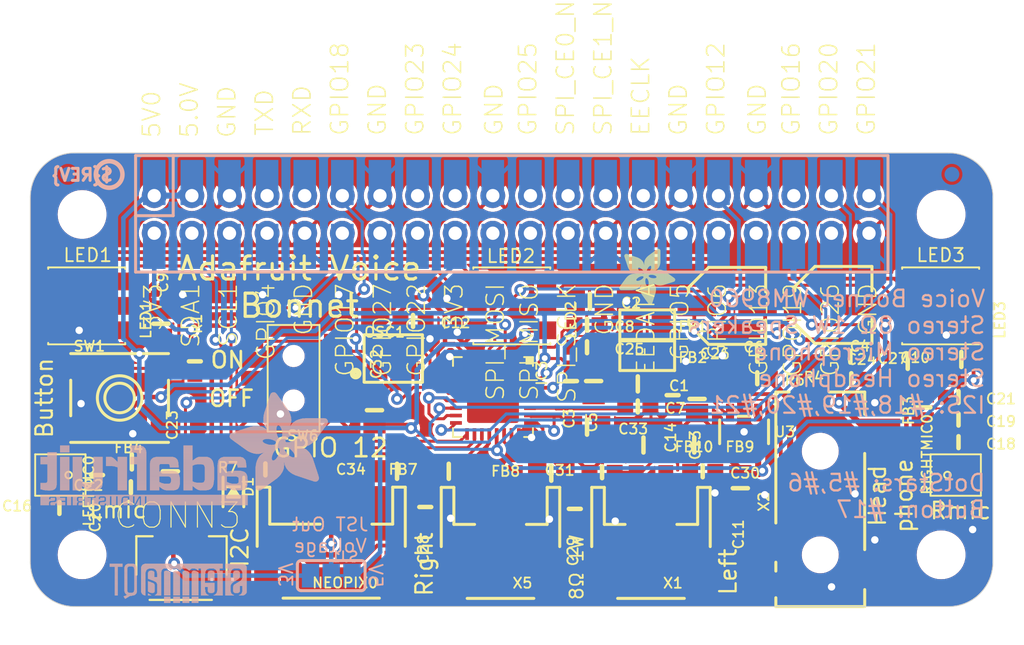
<source format=kicad_pcb>
(kicad_pcb (version 20221018) (generator pcbnew)
  (layers (0 "F.Cu" signal) (31 "B.Cu" signal) (34 "B.Paste" user) (35 "F.Paste" user) (36 "B.SilkS" user "B.Silkscreen") (37 "F.SilkS" user "F.Silkscreen") (38 "B.Mask" user) (39 "F.Mask" user) (44 "Edge.Cuts" user))
  (net 0 "")
  (net 1 "5.0V")
  (net 2 "SDA")
  (net 3 "SCL")
  (net 4 "BUTTON")
  (net 5 "LEDC")
  (net 6 "3.3V")
  (net 7 "GND")
  (net 8 "AGND")
  (net 9 "AVDD")
  (net 10 "VMID")
  (net 11 "MICBIAS")
  (net 12 "N$12")
  (net 13 "N$13")
  (net 14 "N$7")
  (net 15 "N$11")
  (net 16 "N$14")
  (net 17 "N$15")
  (net 18 "I2S_DIN")
  (net 19 "I2S_DOUT")
  (net 20 "I2S_LRCLK")
  (net 21 "MCLK")
  (net 22 "LINPUT1")
  (net 23 "RINPUT1")
  (net 24 "I2S_BCLK")
  (net 25 "N$16")
  (net 26 "N$17")
  (net 27 "N$1")
  (net 28 "N$2")
  (net 29 "RIGHT_P")
  (net 30 "RIGHT_N")
  (net 31 "N$21")
  (net 32 "N$22")
  (net 33 "LEFT_N")
  (net 34 "LEFT_P")
  (net 35 "RIGHT")
  (net 36 "PWM0")
  (net 37 "VCC")
  (net 38 "LSTEMMA")
  (net 39 "OUT")
  (net 40 "LEDD")
  (net 41 "MCLK_EN")
  (net 42 "GPIO4")
  (net 43 "GPIO22")
  (net 44 "MISO")
  (net 45 "EED")
  (net 46 "RXD")
  (net 47 "GPIO23")
  (net 48 "GPIO24")
  (net 49 "GPIO19")
  (net 50 "CE0")
  (net 51 "CE1")
  (net 52 "EEC")
  (net 53 "SCLK")
  (net 54 "MOSI")
  (net 55 "GPIO13")
  (net 56 "GPIO26")
  (net 57 "GPIO25")
  (net 58 "GPIO27")
  (net 59 "TXD")
  (net 60 "N$4")
  (net 61 "N$3")
  (net 62 "N$5")
  (net 63 "LEFT")
  (footprint "working:4UCONN_19269" (layer "F.Cu") (at 169.3411 120.333888 90)
    (fp_text reference "X2")
    (fp_text value "3.5mm")
  )
  (footprint "working:0805-NO" (layer "F.Cu") (at 125.4626 111.189888 90)
    (fp_text reference "C23")
    (fp_text value "10uF")
  )
  (footprint "working:SOT23-5" (layer "F.Cu") (at 164.1976 108.522888)
    (fp_text reference "U3")
    (fp_text value "AP2112-3.3K")
  )
  (footprint "working:0603-NO" (layer "F.Cu") (at 131.8761 111.062888 180)
    (fp_text reference "R7")
    (fp_text value "1K")
  )
  (footprint "working:0603-NO" (layer "F.Cu") (at 153.5931 101.283888)
    (fp_text reference "C8")
    (fp_text value "0.1uF")
  )
  (footprint "working:0603-NO" (layer "F.Cu") (at 159.3716 106.046388 -90)
    (fp_text reference "C14")
    (fp_text value "0.1uF")
  )
  (footprint "working:0603-NO" (layer "F.Cu") (at 157.0221 106.808388)
    (fp_text reference "C7")
    (fp_text value "0.1uF")
  )
  (footprint "working:0603-NO" (layer "F.Cu") (at 122.7956 112.269388 180)
    (fp_text reference "C22")
    (fp_text value "33pF")
  )
  (footprint "working:0603-NO" (layer "F.Cu") (at 154.6091 111.253388 180)
    (fp_text reference "C31")
    (fp_text value "100pF")
  )
  (footprint "working:0603-NO" (layer "F.Cu") (at 127.1136 103.760388 90)
    (fp_text reference "R1")
    (fp_text value "10K")
  )
  (footprint "working:SPW2430HR5H-B" (layer "F.Cu") (at 178.4851 111.443888 90)
    (fp_text reference "RIGHTMIC0")
    (fp_text value "")
  )
  (footprint "working:0805-NO" (layer "F.Cu") (at 154.0376 105.093888 -90)
    (fp_text reference "C5")
    (fp_text value "10uF")
  )
  (footprint "working:JSTPH2" (layer "F.Cu") (at 147.7511 116.777888 180)
    (fp_text reference "X5")
    (fp_text value "JSTPH 2P")
  )
  (footprint "working:FIDUCIAL_1MM" (layer "F.Cu") (at 175.7991 91.482888)
    (fp_text reference "FID2" hide)
    (fp_text value "FIDUCIAL_1MM" hide)
  )
  (footprint "working:0805-NO" (layer "F.Cu") (at 161.0226 106.300388 -90)
    (fp_text reference "C13")
    (fp_text value "10uF")
  )
  (footprint "working:PANASONIC_C" (layer "F.Cu") (at 163.0546 100.013888 180)
    (fp_text reference "C6")
    (fp_text value "100uF")
  )
  (footprint "working:0603-NO" (layer "F.Cu") (at 165.0866 104.903388)
    (fp_text reference "R6")
    (fp_text value "10k")
  )
  (footprint "working:SOD-323" (layer "F.Cu") (at 129.7171 112.586888 -90)
    (fp_text reference "D1")
    (fp_text value "3.6V")
  )
  (footprint "working:0805" (layer "F.Cu") (at 157.6571 101.283888)
    (fp_text reference "FB1")
    (fp_text value "Ferrite")
  )
  (footprint "working:ADAFRUIT_3.5MM" (layer "F.Cu") (at 155.7521 96.140388 -90)
    (fp_text reference "U$15" hide)
    (fp_text value "" hide)
  )
  (footprint "working:JSTPH3" (layer "F.Cu") (at 136.3211 115.761888 180)
    (fp_text reference "NEOPIX0")
    (fp_text value "JST PH 3")
  )
  (footprint "working:0603-NO" (layer "F.Cu") (at 178.6756 109.221388)
    (fp_text reference "C18")
    (fp_text value "0.1uF")
  )
  (footprint "working:0603-NO" (layer "F.Cu") (at 171.3731 103.442888)
    (fp_text reference "C27")
    (fp_text value "220pF")
  )
  (footprint "working:0603-NO" (layer "F.Cu") (at 165.0866 103.379388 180)
    (fp_text reference "C26")
    (fp_text value "220pF")
  )
  (footprint "working:EG1390" (layer "F.Cu") (at 133.7811 104.903388 90)
    (fp_text reference "SW6")
    (fp_text value "EG1390")
  )
  (footprint "working:0805-NO" (layer "F.Cu") (at 160.8321 109.411888)
    (fp_text reference "FB9")
    (fp_text value "120o")
  )
  (footprint "working:0805" (layer "F.Cu") (at 157.6571 103.379388)
    (fp_text reference "FB2")
    (fp_text value "Ferrite")
  )
  (footprint "working:0603-NO" (layer "F.Cu") (at 152.5136 105.093888 -90)
    (fp_text reference "C3")
    (fp_text value "0.1uF")
  )
  (footprint "working:0805-NO" (layer "F.Cu") (at 151.1801 111.316888 180)
    (fp_text reference "FB8")
    (fp_text value "120o")
  )
  (footprint "working:0805-NO" (layer "F.Cu") (at 178.8661 103.633388 180)
    (fp_text reference "C10")
    (fp_text value "10uF")
  )
  (footprint "working:FIDUCIAL_1MM" (layer "F.Cu") (at 121.2971 118.752388)
    (fp_text reference "FID1" hide)
    (fp_text value "FIDUCIAL_1MM" hide)
  )
  (footprint "working:PANASONIC_C" (layer "F.Cu") (at 170.2301 99.950388 180)
    (fp_text reference "C4")
    (fp_text value "100uF")
  )
  (footprint "working:OSC_3.2X2.5MM" (layer "F.Cu") (at 140.5121 103.569888)
    (fp_text reference "OSC1")
    (fp_text value "ECS-3225MV")
  )
  (footprint "working:APA102" (layer "F.Cu") (at 148.5131 100.013888)
    (fp_text reference "LED2")
    (fp_text value "SK6822")
  )
  (footprint "working:0603-NO" (layer "F.Cu") (at 120.5096 111.443888 -90)
    (fp_text reference "C20")
    (fp_text value "33pF")
  )
  (footprint "working:0805-NO" (layer "F.Cu") (at 157.4031 109.411888)
    (fp_text reference "FB10")
    (fp_text value "120o")
  )
  (footprint "working:JSTPH2" (layer "F.Cu") (at 157.9111 116.777888 180)
    (fp_text reference "X1")
    (fp_text value "JSTPH 2P")
  )
  (footprint "working:0805-NO" (layer "F.Cu") (at 140.7661 111.189888 180)
    (fp_text reference "C34")
    (fp_text value "10uF")
  )
  (footprint "working:0805-NO" (layer "F.Cu") (at 144.2586 111.189888 180)
    (fp_text reference "FB7")
    (fp_text value "120o")
  )
  (footprint "working:0603-NO" (layer "F.Cu") (at 141.8456 101.029888)
    (fp_text reference "C12")
    (fp_text value "0.1uF")
  )
  (footprint "working:0805-NO" (layer "F.Cu") (at 122.8591 110.554888)
    (fp_text reference "FB4")
    (fp_text value "FERRITE")
  )
  (footprint "working:0805-NO" (layer "F.Cu") (at 175.2466 103.760388 180)
    (fp_text reference "C24")
    (fp_text value "10uF")
  )
  (footprint "working:0603-NO" (layer "F.Cu") (at 178.6756 107.697388)
    (fp_text reference "C19")
    (fp_text value "33pF")
  )
  (footprint "working:APA102" (layer "F.Cu") (at 119.8111 100.013888)
    (fp_text reference "LED1")
    (fp_text value "SK6822")
  )
  (footprint "working:0603-NO" (layer "F.Cu") (at 161.4036 111.189888)
    (fp_text reference "C30")
    (fp_text value "100pF")
  )
  (footprint "working:PI_BONNET_THMSMT" (layer "F.Cu") (at 116.0011 120.333888)
    (fp_text reference "RPI1" hide)
    (fp_text value "RASPBERRYPI_BPLUS_BONNET_THMSMT" hide)
    (fp_line (start 0 -27.6604) (end 0 -3) (stroke (width 0.05)) (layer "Edge.Cuts"))
    (fp_line (start 3 0) (end 62 0) (stroke (width 0.05)) (layer "Edge.Cuts"))
    (fp_line (start 62 -30.6604) (end 3 -30.6604) (stroke (width 0.05)) (layer "Edge.Cuts"))
    (fp_line (start 65 -3) (end 65 -27.6604) (stroke (width 0.05)) (layer "Edge.Cuts"))
    (fp_arc (start 0 -27.6604) (mid 0.87868 -29.78172) (end 3 -30.6604) (stroke (width 0.05)) (layer "Edge.Cuts"))
    (fp_arc (start 3 0) (mid 0.87868 -0.87868) (end 0 -3) (stroke (width 0.05)) (layer "Edge.Cuts"))
    (fp_arc (start 62 -30.6604) (mid 64.12132 -29.78172) (end 65 -27.6604) (stroke (width 0.05)) (layer "Edge.Cuts"))
    (fp_arc (start 65 -3) (mid 64.12132 -0.87868) (end 62 0) (stroke (width 0.05)) (layer "Edge.Cuts"))
  )
  (footprint "working:0603-NO" (layer "F.Cu") (at 152.7676 113.729888 -90)
    (fp_text reference "C29")
    (fp_text value "100pF")
  )
  (footprint "working:0805-NO" (layer "F.Cu") (at 176.2626 106.871888 90)
    (fp_text reference "FB3")
    (fp_text value "Ferrite")
  )
  (footprint "working:0805-NO" (layer "F.Cu") (at 163.9436 112.332888 -90)
    (fp_text reference "C11")
    (fp_text value "10uF")
  )
  (footprint "working:SPW2430HR5H-B" (layer "F.Cu") (at 118.0331 111.443888 -90)
    (fp_text reference "LEFTMIC0")
    (fp_text value "")
  )
  (footprint "working:0805-NO" (layer "F.Cu") (at 153.7836 99.696388)
    (fp_text reference "C2")
    (fp_text value "10uF")
  )
  (footprint "working:0805-NO" (layer "F.Cu") (at 157.0221 105.284388)
    (fp_text reference "C1")
    (fp_text value "10uF")
  )
  (footprint "working:0603-NO" (layer "F.Cu") (at 153.5931 102.807888)
    (fp_text reference "C25")
    (fp_text value "0.1uF")
  )
  (footprint "working:0603-NO" (layer "F.Cu") (at 171.4366 104.966888 180)
    (fp_text reference "R4")
    (fp_text value "10K")
  )
  (footprint "working:JST_SH4" (layer "F.Cu") (at 126.1611 117.793888)
    (fp_text reference "CONN3")
    (fp_text value "STEMMA_I2C_QT" hide)
  )
  (footprint "working:APA102" (layer "F.Cu") (at 177.4691 100.013888)
    (fp_text reference "LED3")
    (fp_text value "SK6822")
  )
  (footprint "working:0603-NO" (layer "F.Cu") (at 142.6711 113.602888 -90)
    (fp_text reference "C28")
    (fp_text value "100pF")
  )
  (footprint "working:0805-NO" (layer "F.Cu") (at 139.2421 107.062388 90)
    (fp_text reference "C32")
    (fp_text value "10uF")
  )
  (footprint "working:0603-NO" (layer "F.Cu") (at 178.6756 106.173388)
    (fp_text reference "C21")
    (fp_text value "33pF")
  )
  (footprint "working:0805-NO" (layer "F.Cu") (at 153.5931 108.205388)
    (fp_text reference "C33")
    (fp_text value "2.2uF+")
  )
  (footprint "working:EVQ-Q2_SMALLER" (layer "F.Cu") (at 122.0336 106.236888)
    (fp_text reference "SW1")
    (fp_text value "EVQQ")
  )
  (footprint "working:QFN32_5MM" (layer "F.Cu") (at 147.2431 106.173388 -90)
    (fp_text reference "IC3")
    (fp_text value "WM8960")
  )
  (footprint "working:0805-NO" (layer "F.Cu") (at 124.8276 101.220388 90)
    (fp_text reference "C9")
    (fp_text value "10uF")
  )
  (footprint "working:0603-NO" (layer "F.Cu") (at 117.9696 113.666388 180)
    (fp_text reference "C16")
    (fp_text value "0.1uF")
  )
  (footprint "working:STEMMAQT" (layer "B.Cu") (at 130.6061 120.079888 180)
    (fp_text reference "U$12" hide)
    (fp_text value "" hide)
  )
  (footprint "working:ADAFRUIT_TEXT_20MM" (layer "B.Cu") (at 136.2576 113.475888 180)
    (fp_text reference "U$16" hide)
    (fp_text value "" hide)
  )
  (footprint "working:BRAINPAD_1IN" (layer "B.Cu") (at 159.8161 120.079888 180)
    (fp_text reference "U$79" hide)
    (fp_text value "" hide)
  )
  (footprint "working:SOLDERJUMPER_2WAY_OPEN_NOPASTE" (layer "B.Cu") (at 136.3211 118.238388 180)
    (fp_text reference "SJ1")
    (fp_text value "")
  )
  (footprint "working:PCBFEAT-REV-040" (layer "B.Cu") (at 121.3271 91.133888 180)
    (fp_text reference "U$11" hide)
    (fp_text value "" hide)
  )
  (gr_line (start 119.0265 89.673488) (end 178.0265 89.673488) (stroke (width 0.05)) (layer "Edge.Cuts"))
  (gr_arc (start 119.0011 120.333888) (mid 116.87978 119.455208) (end 116.0011 117.333888) (stroke (width 0.05)) (layer "Edge.Cuts"))
  (gr_arc (start 116.0011 92.633888) (mid 116.900681 90.527107) (end 119.0265 89.673488) (stroke (width 0.05)) (layer "Edge.Cuts"))
  (gr_line (start 178.0011 120.333888) (end 119.0011 120.333888) (stroke (width 0.05)) (layer "Edge.Cuts"))
  (gr_arc (start 181.0011 117.333888) (mid 180.12242 119.455208) (end 178.0011 120.333888) (stroke (width 0.05)) (layer "Edge.Cuts"))
  (gr_line (start 181.0011 92.633888) (end 181.0011 117.333888) (stroke (width 0.05)) (layer "Edge.Cuts"))
  (gr_line (start 116.0011 117.333888) (end 116.0011 92.633888) (stroke (width 0.05)) (layer "Edge.Cuts"))
  (gr_arc (start 178.0265 89.673488) (mid 180.126919 90.537628) (end 181.0011 92.633888) (stroke (width 0.05)) (layer "Edge.Cuts"))
  (gr_text "Voice Bonnet WM8960\nStereo 8Ω 1W Speakers\nStereo Microphone\nStereo Headphone\nI2S: #18,#19,#20,#21" (at 180.5806 98.870888) (layer "B.SilkS") (effects (font (size 1.1176 1.1176) (thickness 0.1524)) (justify left top mirror)))
  (gr_text "5V" (at 139.3056 118.238388 -90) (layer "B.SilkS") (effects (font (size 0.89408 0.89408) (thickness 0.12192)) (justify mirror)))
  (gr_text "JST Out\nVoltage" (at 136.2576 115.507888) (layer "B.SilkS") (effects (font (size 0.89408 0.89408) (thickness 0.12192)) (justify mirror)))
  (gr_text "3V" (at 133.2096 118.174888 -90) (layer "B.SilkS") (effects (font (size 0.89408 0.89408) (thickness 0.12192)) (justify mirror)))
  (gr_text "DotStars: #5,#6\nButton: #17" (at 180.5806 111.316888) (layer "B.SilkS") (effects (font (size 1.1176 1.1176) (thickness 0.1524)) (justify left top mirror)))
  (gr_text "Button" (at 116.9536 106.236888 90) (layer "F.SilkS") (effects (font (size 1.1176 1.1176) (thickness 0.1524))))
  (gr_text "LED3" (at 175.7546 96.584888) (layer "F.SilkS") (effects (font (size 0.89408 0.89408) (thickness 0.12192)) (justify left)))
  (gr_text "Lmic" (at 119.8746 113.793388) (layer "F.SilkS") (effects (font (size 1.1176 1.1176) (thickness 0.1524)) (justify left)))
  (gr_text "I2C" (at 130.1616 116.333388 90) (layer "F.SilkS") (effects (font (size 1.1176 1.1176) (thickness 0.1524))))
  (gr_text "OFF" (at 129.5881 106.269888) (layer "F.SilkS") (effects (font (size 1.0922 1.0922) (thickness 0.1778))))
  (gr_text "LED2" (at 146.7351 96.648388) (layer "F.SilkS") (effects (font (size 0.89408 0.89408) (thickness 0.12192)) (justify left)))
  (gr_text "8Ω 1W" (at 152.8946 117.666888 90) (layer "F.SilkS") (effects (font (size 0.89408 0.89408) (thickness 0.12192))))
  (gr_text "LED1" (at 118.1601 96.584888) (layer "F.SilkS") (effects (font (size 0.89408 0.89408) (thickness 0.12192)) (justify left)))
  (gr_text "GPIO 12" (at 136.2576 109.602388) (layer "F.SilkS") (effects (font (size 1.251712 1.251712) (thickness 0.170688))))
  (gr_text "Right" (at 142.6076 117.476388 90) (layer "F.SilkS") (effects (font (size 1.1176 1.1176) (thickness 0.1524))))
  (gr_text "ON" (at 129.3341 103.666388) (layer "F.SilkS") (effects (font (size 1.0922 1.0922) (thickness 0.1778))))
  (gr_text "Adafruit Voice\nBonnet" (at 134.1621 98.743888) (layer "F.SilkS") (effects (font (size 1.56464 1.56464) (thickness 0.21336))))
  (gr_text "Rmic" (at 180.9616 113.856888) (layer "F.SilkS") (effects (font (size 1.1176 1.1176) (thickness 0.1524)) (justify right)))
  (gr_text "Head\nphone" (at 174.1036 112.840888 90) (layer "F.SilkS") (effects (font (size 1.1176 1.1176) (thickness 0.1524))))
  (gr_text "Left" (at 163.1181 117.984388 90) (layer "F.SilkS") (effects (font (size 1.1176 1.1176) (thickness 0.1524))))
  (segment (start 147.4931 108.673388) (end 147.4931 109.74212) (width 0.254) (layer "F.Cu") (net 1))
  (segment (start 139.2421 108.012388) (end 141.45575 108.012388) (width 0.2032) (layer "F.Cu") (net 1))
  (segment (start 179.6916 103.376888) (end 179.8161 103.252388) (width 0.254) (layer "F.Cu") (net 1))
  (segment (start 152.6431 108.205388) (end 151.781218 107.486888) (width 0.2032) (layer "F.Cu") (net 1))
  (segment (start 163.9436 111.065388) (end 163.2476 110.369388) (width 0.4064) (layer "F.Cu") (net 1))
  (segment (start 151.781218 107.486888) (end 151.3706 107.486888) (width 0.2032) (layer "F.Cu") (net 1))
  (segment (start 179.8161 103.000888) (end 179.8161 103.252388) (width 0.4064) (layer "F.Cu") (net 1))
  (segment (start 179.8161 103.252388) (end 179.8161 103.633388) (width 0.4064) (layer "F.Cu") (net 1))
  (segment (start 141.45575 108.012388) (end 141.71225 108.268888) (width 0.2032) (layer "F.Cu") (net 1))
  (segment (start 165.1476 110.869888) (end 165.426256 111.148545) (width 0.4064) (layer "F.Cu") (net 1))
  (segment (start 149.6571 101.663888) (end 150.8631 101.663888) (width 0.3048) (layer "F.Cu") (net 1))
  (segment (start 179.8191 102.997888) (end 179.8161 103.000888) (width 0.4064) (layer "F.Cu") (net 1))
  (segment (start 179.8191 102.997888) (end 179.8191 101.663888) (width 0.4064) (layer "F.Cu") (net 1))
  (segment (start 163.9436 111.065388) (end 163.9436 111.382888) (width 0.4064) (layer "F.Cu") (net 1))
  (segment (start 163.2476 109.822988) (end 163.2476 110.369388) (width 0.4064) (layer "F.Cu") (net 1))
  (segment (start 149.4021 101.918888) (end 149.6571 101.663888) (width 0.3048) (layer "F.Cu") (net 1))
  (segment (start 179.6916 103.376888) (end 179.6916 105.030388) (width 0.254) (layer "F.Cu") (net 1))
  (segment (start 149.7431 107.423388) (end 149.8066 107.486888) (width 0.2032) (layer "F.Cu") (net 1))
  (segment (start 122.1611 101.663888) (end 123.3671 102.869888) (width 0.4064) (layer "F.Cu") (net 1))
  (segment (start 165.191912 111.382888) (end 163.9436 111.382888) (width 0.4064) (layer "F.Cu") (net 1))
  (segment (start 124.8276 102.170388) (end 124.0666 102.170388) (width 0.4064) (layer "F.Cu") (net 1))
  (segment (start 147.4931 109.74212) (end 147.518921 109.767942) (width 0.254) (layer "F.Cu") (net 1))
  (segment (start 124.0666 102.170388) (end 123.3671 102.869888) (width 0.4064) (layer "F.Cu") (net 1))
  (segment (start 151.3706 107.486888) (end 149.8066 107.486888) (width 0.2032) (layer "F.Cu") (net 1))
  (segment (start 123.3671 102.869888) (end 123.3671 103.252388) (width 0.4064) (layer "F.Cu") (net 1))
  (segment (start 165.426256 111.148545) (end 165.191912 111.382888) (width 0.4064) (layer "F.Cu") (net 1))
  (segment (start 165.1476 110.869888) (end 165.1476 109.822988) (width 0.4064) (layer "F.Cu") (net 1))
  (segment (start 151.3706 107.486888) (end 151.3706 108.459388) (width 0.2032) (layer "F.Cu") (net 1))
  (via (at 151.3706 108.459388) (size 0.8001) (drill 0.3937) (layers "F.Cu" "B.Cu") (net 1))
  (via (at 123.3671 103.252388) (size 0.8001) (drill 0.3937) (layers "F.Cu" "B.Cu") (net 1))
  (via (at 179.6916 105.030388) (size 0.8001) (drill 0.3937) (layers "F.Cu" "B.Cu") (net 1))
  (via (at 141.71225 108.268888) (size 0.8001) (drill 0.3937) (layers "F.Cu" "B.Cu") (net 1))
  (via (at 165.426256 111.148545) (size 0.8001) (drill 0.3937) (layers "F.Cu" "B.Cu") (net 1))
  (via (at 149.4021 101.918888) (size 0.8001) (drill 0.3937) (layers "F.Cu" "B.Cu") (net 1))
  (via (at 147.518921 109.767942) (size 0.8001) (drill 0.3937) (layers "F.Cu" "B.Cu") (net 1))
  (segment (start 124.3711 91.676888) (end 124.3711 92.563888) (width 0.4064) (layer "B.Cu") (net 1))
  (segment (start 122.2876 102.236388) (end 122.2876 94.075888) (width 0.3048) (layer "B.Cu") (net 1))
  (segment (start 143.341415 109.704442) (end 147.455421 109.704442) (width 0.2032) (layer "B.Cu") (net 1))
  (segment (start 176.0721 107.824388) (end 178.8661 105.030388) (width 0.254) (layer "B.Cu") (net 1))
  (segment (start 151.3706 108.459388) (end 151.3071 108.459388) (width 0.2032) (layer "B.Cu") (net 1))
  (segment (start 126.0233 92.563888) (end 124.3711 92.563888) (width 0.4064) (layer "B.Cu") (net 1))
  (segment (start 139.6231 116.650888) (end 138.0356 118.238388) (width 0.3048) (layer "B.Cu") (net 1))
  (segment (start 151.3071 108.459388) (end 150.9896 108.141888) (width 0.2032) (layer "B.Cu") (net 1))
  (segment (start 147.518921 109.767942) (end 147.455421 109.704442) (width 0.254) (layer "B.Cu") (net 1))
  (segment (start 126.9111 91.676888) (end 126.9111 92.563888) (width 0.4064) (layer "B.Cu") (net 1))
  (segment (start 168.48385 107.824388) (end 176.0721 107.824388) (width 0.254) (layer "B.Cu") (net 1))
  (segment (start 142.09325 104.338238) (end 142.09325 107.887888) (width 0.3048) (layer "B.Cu") (net 1))
  (segment (start 141.71225 108.268888) (end 142.09325 107.887888) (width 0.3048) (layer "B.Cu") (net 1))
  (segment (start 143.8141 102.617388) (end 148.7036 102.617388) (width 0.3048) (layer "B.Cu") (net 1))
  (segment (start 123.3671 103.252388) (end 123.3671 103.315888) (width 0.3048) (layer "B.Cu") (net 1))
  (segment (start 139.6231 108.268888) (end 139.6231 116.650888) (width 0.3048) (layer "B.Cu") (net 1))
  (segment (start 165.252153 110.974442) (end 165.333796 110.974442) (width 0.254) (layer "B.Cu") (net 1))
  (segment (start 165.426256 111.148545) (end 165.252153 110.974442) (width 0.254) (layer "B.Cu") (net 1))
  (segment (start 123.7996 92.563888) (end 122.2876 94.075888) (width 0.3048) (layer "B.Cu") (net 1))
  (segment (start 126.9107 91.676488) (end 126.9111 91.676888) (width 0.4064) (layer "B.Cu") (net 1))
  (segment (start 123.3671 103.315888) (end 123.3671 106.808388) (width 0.3048) (layer "B.Cu") (net 1))
  (segment (start 124.3707 91.676488) (end 124.3711 91.676888) (width 0.4064) (layer "B.Cu") (net 1))
  (segment (start 150.9896 108.141888) (end 148.8306 108.141888) (width 0.2032) (layer "B.Cu") (net 1))
  (segment (start 124.8276 108.268888) (end 139.6231 108.268888) (width 0.3048) (layer "B.Cu") (net 1))
  (segment (start 123.3671 106.808388) (end 124.8276 108.268888) (width 0.3048) (layer "B.Cu") (net 1))
  (segment (start 123.7996 92.563888) (end 124.3711 92.563888) (width 0.3048) (layer "B.Cu") (net 1))
  (segment (start 165.333796 110.974442) (end 168.48385 107.824388) (width 0.254) (layer "B.Cu") (net 1))
  (segment (start 123.3671 103.315888) (end 122.2876 102.236388) (width 0.3048) (layer "B.Cu") (net 1))
  (segment (start 148.8306 108.141888) (end 147.518921 109.453567) (width 0.2032) (layer "B.Cu") (net 1))
  (segment (start 141.71225 108.268888) (end 141.905862 108.268888) (width 0.2032) (layer "B.Cu") (net 1))
  (segment (start 165.252153 110.974442) (end 148.725421 110.974442) (width 0.254) (layer "B.Cu") (net 1))
  (segment (start 142.09325 104.338238) (end 143.8141 102.617388) (width 0.3048) (layer "B.Cu") (net 1))
  (segment (start 148.7036 102.617388) (end 149.4021 101.918888) (width 0.3048) (layer "B.Cu") (net 1))
  (segment (start 126.9107 91.676488) (end 126.0233 92.563888) (width 0.4064) (layer "B.Cu") (net 1))
  (segment (start 178.8661 105.030388) (end 179.6916 105.030388) (width 0.254) (layer "B.Cu") (net 1))
  (segment (start 139.6231 108.268888) (end 141.71225 108.268888) (width 0.3048) (layer "B.Cu") (net 1))
  (segment (start 148.725421 110.974442) (end 147.518921 109.767942) (width 0.254) (layer "B.Cu") (net 1))
  (segment (start 143.341415 109.704442) (end 141.905862 108.268888) (width 0.2032) (layer "B.Cu") (net 1))
  (segment (start 147.518921 109.767942) (end 147.518921 109.453567) (width 0.2032) (layer "B.Cu") (net 1))
  (segment (start 138.0356 118.238388) (end 137.7181 118.238388) (width 0.3048) (layer "B.Cu") (net 1))
  (segment (start 145.9931 108.673388) (end 145.9931 109.134651) (width 0.2032) (layer "F.Cu") (net 2))
  (segment (start 128.8916 108.744388) (end 128.8916 102.687238) (width 0.2032) (layer "F.Cu") (net 2))
  (segment (start 128.1296 116.396888) (end 126.9231 116.396888) (width 0.2032) (layer "F.Cu") (net 2))
  (segment (start 126.6611 114.618888) (end 127.9311 113.348888) (width 0.2032) (layer "F.Cu") (net 2))
  (segment (start 127.9311 109.704888) (end 128.8916 108.744388) (width 0.2032) (layer "F.Cu") (net 2))
  (segment (start 128.8916 102.687238) (end 128.5106 102.306238) (width 0.2032) (layer "F.Cu") (net 2))
  (segment (start 126.9231 116.396888) (end 126.6611 116.134888) (width 0.2032) (layer "F.Cu") (net 2))
  (segment (start 127.9311 109.704888) (end 127.9311 113.348888) (width 0.2032) (layer "F.Cu") (net 2))
  (segment (start 128.8281 115.698388) (end 128.1296 116.396888) (width 0.2032) (layer "F.Cu") (net 2))
  (segment (start 129.5901 109.602388) (end 128.8281 110.364388) (width 0.2032) (layer "F.Cu") (net 2))
  (segment (start 126.6611 116.134888) (end 126.6611 115.279888) (width 0.2032) (layer "F.Cu") (net 2))
  (segment (start 145.9931 109.134651) (end 145.525362 109.602388) (width 0.2032) (layer "F.Cu") (net 2))
  (segment (start 126.6611 115.279888) (end 126.6611 114.618888) (width 0.2032) (layer "F.Cu") (net 2))
  (segment (start 128.8281 110.364388) (end 128.8281 115.698388) (width 0.2032) (layer "F.Cu") (net 2))
  (segment (start 145.525362 109.602388) (end 129.5901 109.602388) (width 0.2032) (layer "F.Cu") (net 2))
  (via (at 128.5106 102.306238) (size 0.8001) (drill 0.3937) (layers "F.Cu" "B.Cu") (net 2))
  (segment (start 126.9107 95.994488) (end 126.9107 95.104288) (width 0.4064) (layer "B.Cu") (net 2))
  (segment (start 128.5741 102.242738) (end 128.5106 102.306238) (width 0.2032) (layer "B.Cu") (net 2))
  (segment (start 128.5741 98.369238) (end 128.5741 102.242738) (width 0.2032) (layer "B.Cu") (net 2))
  (segment (start 126.9107 95.994488) (end 126.9107 96.705838) (width 0.2032) (layer "B.Cu") (net 2))
  (segment (start 128.5741 98.369238) (end 126.9107 96.705838) (width 0.2032) (layer "B.Cu") (net 2))
  (segment (start 126.9107 95.104288) (end 126.9111 95.103888) (width 0.4064) (layer "B.Cu") (net 2))
  (segment (start 129.1131 109.157888) (end 145.0086 109.157888) (width 0.2032) (layer "F.Cu") (net 3))
  (segment (start 129.1131 109.157888) (end 128.3596 109.911388) (width 0.2032) (layer "F.Cu") (net 3))
  (segment (start 129.552 102.210988) (end 129.552 108.718988) (width 0.2032) (layer "F.Cu") (net 3))
  (segment (start 129.552 108.718988) (end 129.1131 109.157888) (width 0.2032) (layer "F.Cu") (net 3))
  (segment (start 145.4931 108.673388) (end 145.0086 109.157888) (width 0.2032) (layer "F.Cu") (net 3))
  (segment (start 128.3596 109.911388) (end 128.3596 114.581388) (width 0.2032) (layer "F.Cu") (net 3))
  (segment (start 129.610909 102.152079) (end 129.552 102.210988) (width 0.2032) (layer "F.Cu") (net 3))
  (segment (start 127.6611 115.279888) (end 128.3596 114.581388) (width 0.2032) (layer "F.Cu") (net 3))
  (via (at 129.610909 102.152079) (size 0.8001) (drill 0.3937) (layers "F.Cu" "B.Cu") (net 3))
  (segment (start 129.4507 95.994488) (end 129.4507 95.104288) (width 0.4064) (layer "B.Cu") (net 3))
  (segment (start 129.4507 95.104288) (end 129.4511 95.103888) (width 0.4064) (layer "B.Cu") (net 3))
  (segment (start 129.5777 102.152079) (end 129.610909 102.152079) (width 0.2032) (layer "B.Cu") (net 3))
  (segment (start 129.5777 96.121488) (end 129.5777 102.152079) (width 0.2032) (layer "B.Cu") (net 3))
  (segment (start 129.4507 95.994488) (end 129.5777 96.121488) (width 0.2032) (layer "B.Cu") (net 3))
  (segment (start 125.1336 104.236888) (end 126.0341 103.336388) (width 0.2032) (layer "F.Cu") (net 4))
  (segment (start 126.9866 100.140888) (end 126.0341 101.093388) (width 0.2032) (layer "F.Cu") (net 4))
  (segment (start 126.7401 104.236888) (end 127.1136 104.610388) (width 0.2032) (layer "F.Cu") (net 4))
  (segment (start 125.1336 104.236888) (end 126.7401 104.236888) (width 0.2032) (layer "F.Cu") (net 4))
  (segment (start 118.9336 104.236888) (end 125.1336 104.236888) (width 0.2032) (layer "F.Cu") (net 4))
  (segment (start 126.0341 101.093388) (end 126.0341 103.336388) (width 0.2032) (layer "F.Cu") (net 4))
  (segment (start 133.9081 100.140888) (end 126.9866 100.140888) (width 0.2032) (layer "F.Cu") (net 4))
  (via (at 133.9081 100.140888) (size 0.8001) (drill 0.3937) (layers "F.Cu" "B.Cu") (net 4))
  (segment (start 137.0707 95.104288) (end 137.0711 95.103888) (width 0.4064) (layer "B.Cu") (net 4))
  (segment (start 137.0707 97.295788) (end 137.0707 95.994488) (width 0.2032) (layer "B.Cu") (net 4))
  (segment (start 137.0707 95.994488) (end 137.0707 95.104288) (width 0.4064) (layer "B.Cu") (net 4))
  (segment (start 133.9081 100.140888) (end 134.2256 100.140888) (width 0.2032) (layer "B.Cu") (net 4))
  (segment (start 137.0707 97.295788) (end 134.2256 100.140888) (width 0.2032) (layer "B.Cu") (net 4))
  (segment (start 121.6526 96.838888) (end 162.1021 96.838888) (width 0.254) (layer "F.Cu") (net 5))
  (segment (start 162.4711 96.469888) (end 162.4711 95.103888) (width 0.254) (layer "F.Cu") (net 5))
  (segment (start 118.4776 100.013888) (end 121.6526 96.838888) (width 0.254) (layer "F.Cu") (net 5))
  (segment (start 117.4611 100.013888) (end 118.4776 100.013888) (width 0.254) (layer "F.Cu") (net 5))
  (segment (start 162.1021 96.838888) (end 162.4711 96.469888) (width 0.254) (layer "F.Cu") (net 5))
  (segment (start 162.4707 95.104288) (end 162.4711 95.103888) (width 0.4064) (layer "B.Cu") (net 5))
  (segment (start 162.4707 95.994488) (end 162.4707 95.104288) (width 0.4064) (layer "B.Cu") (net 5))
  (segment (start 143.5387 103.083288) (end 144.0681 102.553888) (width 0.254) (layer "F.Cu") (net 6))
  (segment (start 141.932225 99.442388) (end 140.9956 100.379013) (width 0.3048) (layer "F.Cu") (net 6))
  (segment (start 128.2566 108.649888) (end 128.2566 104.077888) (width 0.3048) (layer "F.Cu") (net 6))
  (segment (start 144.6983 104.878588) (end 144.206225 104.878588) (width 0.254) (layer "F.Cu") (net 6))
  (segment (start 126.8596 102.656388) (end 127.1136 102.910388) (width 0.3048) (layer "F.Cu") (net 6))
  (segment (start 127.1136 101.347388) (end 129.9251 101.347388) (width 0.3048) (layer "F.Cu") (net 6))
  (segment (start 144.7431 104.923388) (end 144.6983 104.878588) (width 0.254) (layer "F.Cu") (net 6))
  (segment (start 144.206225 104.878588) (end 143.5387 104.211063) (width 0.254) (layer "F.Cu") (net 6))
  (segment (start 136.5811 102.403388) (end 137.0771 102.403388) (width 0.2032) (layer "F.Cu") (net 6))
  (segment (start 140.9956 101.029888) (end 140.9956 100.379013) (width 0.3048) (layer "F.Cu") (net 6))
  (segment (start 127.4391 112.739888) (end 125.6611 114.517888) (width 0.3048) (layer "F.Cu") (net 6))
  (segment (start 125.7166 117.412888) (end 125.6611 117.357388) (width 0.3048) (layer "F.Cu") (net 6))
  (segment (start 140.7076 101.029888) (end 139.4121 102.325388) (width 0.2032) (layer "F.Cu") (net 6))
  (segment (start 139.4121 102.325388) (end 139.4121 102.769888) (width 0.2032) (layer "F.Cu") (net 6))
  (segment (start 126.8596 101.601388) (end 126.8596 102.656388) (width 0.3048) (layer "F.Cu") (net 6))
  (segment (start 125.6611 117.357388) (end 125.6611 115.279888) (width 0.3048) (layer "F.Cu") (net 6))
  (segment (start 130.9811 102.403388) (end 136.5811 102.403388) (width 0.2032) (layer "F.Cu") (net 6))
  (segment (start 142.7981 99.442388) (end 144.0046 100.648888) (width 0.3048) (layer "F.Cu") (net 6))
  (segment (start 140.9956 101.029888) (end 140.7076 101.029888) (width 0.2032) (layer "F.Cu") (net 6))
  (segment (start 127.4391 109.467388) (end 128.2566 108.649888) (width 0.3048) (layer "F.Cu") (net 6))
  (segment (start 144.0046 100.648888) (end 144.0046 102.553888) (width 0.3048) (layer "F.Cu") (net 6))
  (segment (start 144.0681 102.553888) (end 144.6396 102.553888) (width 0.2032) (layer "F.Cu") (net 6))
  (segment (start 128.2566 104.077888) (end 127.1136 102.934888) (width 0.2032) (layer "F.Cu") (net 6))
  (segment (start 129.9251 101.347388) (end 130.9811 102.403388) (width 0.3048) (layer "F.Cu") (net 6))
  (segment (start 137.7611 103.087388) (end 137.0771 102.403388) (width 0.2032) (layer "F.Cu") (net 6))
  (segment (start 142.6076 99.442388) (end 142.6076 99.378888) (width 0.3048) (layer "F.Cu") (net 6))
  (segment (start 139.0946 103.087388) (end 137.7611 103.087388) (width 0.2032) (layer "F.Cu") (net 6))
  (segment (start 143.5387 104.211063) (end 143.5387 103.083288) (width 0.254) (layer "F.Cu") (net 6))
  (segment (start 144.0046 102.553888) (end 144.0681 102.553888) (width 0.2032) (layer "F.Cu") (net 6))
  (segment (start 145.4931 103.407388) (end 145.4931 103.673388) (width 0.2032) (layer "F.Cu") (net 6))
  (segment (start 126.8596 101.601388) (end 127.1136 101.347388) (width 0.3048) (layer "F.Cu") (net 6))
  (segment (start 144.6396 102.553888) (end 145.4931 103.407388) (width 0.2032) (layer "F.Cu") (net 6))
  (segment (start 127.1136 102.910388) (end 127.1136 102.934888) (width 0.2032) (layer "F.Cu") (net 6))
  (segment (start 141.932225 99.442388) (end 142.6076 99.442388) (width 0.3048) (layer "F.Cu") (net 6))
  (segment (start 127.4391 109.467388) (end 127.4391 112.739888) (width 0.3048) (layer "F.Cu") (net 6))
  (segment (start 125.6611 115.279888) (end 125.6611 114.517888) (width 0.3048) (layer "F.Cu") (net 6))
  (segment (start 139.0946 103.087388) (end 139.4121 102.769888) (width 0.2032) (layer "F.Cu") (net 6))
  (segment (start 142.6076 99.378888) (end 142.5441 99.315388) (width 0.3048) (layer "F.Cu") (net 6))
  (segment (start 142.6076 99.442388) (end 142.7981 99.442388) (width 0.3048) (layer "F.Cu") (net 6))
  (via (at 125.7166 117.412888) (size 0.8001) (drill 0.3937) (layers "F.Cu" "B.Cu") (net 6))
  (via (at 126.8596 101.601388) (size 0.8001) (drill 0.3937) (layers "F.Cu" "B.Cu") (net 6))
  (via (at 142.5441 99.315388) (size 0.8001) (drill 0.3937) (layers "F.Cu" "B.Cu") (net 6))
  (segment (start 126.5421 118.238388) (end 125.7166 117.412888) (width 0.3048) (layer "B.Cu") (net 6))
  (segment (start 126.8596 101.601388) (end 125.7801 101.601388) (width 0.3048) (layer "B.Cu") (net 6))
  (segment (start 142.5441 99.315388) (end 144.6907 97.168788) (width 0.3048) (layer "B.Cu") (net 6))
  (segment (start 124.3707 100.191988) (end 124.3707 95.994488) (width 0.3048) (layer "B.Cu") (net 6))
  (segment (start 144.6907 95.104288) (end 144.6911 95.103888) (width 0.4064) (layer "B.Cu") (net 6))
  (segment (start 144.6907 95.441888) (end 144.6907 95.104288) (width 0.4064) (layer "B.Cu") (net 6))
  (segment (start 134.9241 118.238388) (end 126.5421 118.238388) (width 0.3048) (layer "B.Cu") (net 6))
  (segment (start 124.3707 95.104288) (end 124.3711 95.103888) (width 0.4064) (layer "B.Cu") (net 6))
  (segment (start 124.3707 95.994488) (end 124.3707 95.104288) (width 0.4064) (layer "B.Cu") (net 6))
  (segment (start 125.7801 101.601388) (end 124.3707 100.191988) (width 0.3048) (layer "B.Cu") (net 6))
  (segment (start 144.6907 95.994488) (end 144.6907 95.441888) (width 0.4064) (layer "B.Cu") (net 6))
  (segment (start 144.6907 97.168788) (end 144.6907 95.441888) (width 0.3048) (layer "B.Cu") (net 6))
  (segment (start 154.4431 101.283888) (end 154.4431 102.807888) (width 0.4064) (layer "F.Cu") (net 7))
  (segment (start 147.37735 110.473088) (end 147.58615 110.681888) (width 0.2032) (layer "F.Cu") (net 7))
  (segment (start 157.9721 104.851126) (end 158.0175 104.805726) (width 0.4064) (layer "F.Cu") (net 7))
  (segment (start 157.9721 105.284388) (end 157.9721 104.851126) (width 0.4064) (layer "F.Cu") (net 7))
  (segment (start 177.9161 103.633388) (end 177.9161 104.395382) (width 0.4064) (layer "F.Cu") (net 7))
  (segment (start 157.8476 107.697388) (end 157.9111 107.633888) (width 0.2032) (layer "F.Cu") (net 7))
  (segment (start 154.7336 99.696388) (end 154.7336 100.993388) (width 0.4064) (layer "F.Cu") (net 7))
  (segment (start 179.5256 106.004882) (end 177.9161 104.395382) (width 0.4064) (layer "F.Cu") (net 7))
  (segment (start 146.814075 109.475976) (end 146.814075 110.059901) (width 0.2032) (layer "F.Cu") (net 7))
  (segment (start 143.5846 114.452888) (end 142.6711 114.452888) (width 0.2032) (layer "F.Cu") (net 7))
  (segment (start 157.9111 106.847388) (end 157.8721 106.808388) (width 0.2032) (layer "F.Cu") (net 7))
  (segment (start 146.07705 115.634888) (end 144.7666 115.634888) (width 0.2032) (layer "F.Cu") (net 7))
  (segment (start 147.8146 115.634888) (end 147.42515 115.634888) (width 0.2032) (layer "F.Cu") (net 7))
  (segment (start 146.12485 115.682688) (end 146.07705 115.634888) (width 0.2032) (layer "F.Cu") (net 7))
  (segment (start 158.0175 103.968988) (end 158.6071 103.379388) (width 0.4064) (layer "F.Cu") (net 7))
  (segment (start 144.7666 115.634888) (end 143.5846 114.452888) (width 0.2032) (layer "F.Cu") (net 7))
  (segment (start 146.9931 109.296951) (end 146.814075 109.475976) (width 0.2032) (layer "F.Cu") (net 7))
  (segment (start 139.2421 106.112388) (end 139.4936 106.112388) (width 0.254) (layer "F.Cu") (net 7))
  (segment (start 147.8146 110.681888) (end 147.8146 115.634888) (width 0.2032) (layer "F.Cu") (net 7))
  (segment (start 117.1196 113.666388) (end 116.9381 113.484888) (width 0.3048) (layer "F.Cu") (net 7))
  (segment (start 147.42515 115.634888) (end 147.37735 115.682688) (width 0.2032) (layer "F.Cu") (net 7))
  (segment (start 140.4486 104.522388) (end 140.4486 105.157388) (width 0.254) (layer "F.Cu") (net 7))
  (segment (start 147.37735 115.682688) (end 146.12485 115.682688) (width 0.2032) (layer "F.Cu") (net 7))
  (segment (start 179.5256 106.173388) (end 179.5256 106.004882) (width 0.4064) (layer "F.Cu") (net 7))
  (segment (start 146.9931 108.673388) (end 146.9931 109.296951) (width 0.2032) (layer "F.Cu") (net 7))
  (segment (start 147.227262 110.473088) (end 147.37735 110.473088) (width 0.2032) (layer "F.Cu") (net 7))
  (segment (start 154.78444 107.697388) (end 157.8476 107.697388) (width 0.2032) (layer "F.Cu") (net 7))
  (segment (start 160.6686 106.896388) (end 161.0226 107.250388) (width 0.4064) (layer "F.Cu") (net 7))
  (segment (start 154.4431 101.283888) (end 154.7336 100.993388) (width 0.4064) (layer "F.Cu") (net 7))
  (segment (start 147.58615 110.681888) (end 147.8146 110.681888) (width 0.2032) (layer "F.Cu") (net 7))
  (segment (start 154.5431 108.205388) (end 154.78444 107.697388) (width 0.2032) (layer "F.Cu") (net 7))
  (segment (start 158.0175 104.805726) (end 158.0175 103.968988) (width 0.4064) (layer "F.Cu") (net 7))
  (segment (start 116.9381 113.484888) (end 116.9381 112.118888) (width 0.3048) (layer "F.Cu") (net 7))
  (segment (start 159.3716 106.896388) (end 160.6686 106.896388) (width 0.4064) (layer "F.Cu") (net 7))
  (segment (start 141.6121 104.369888) (end 140.6011 104.369888) (width 0.254) (layer "F.Cu") (net 7))
  (segment (start 140.6011 104.369888) (end 140.4486 104.522388) (width 0.254) (layer "F.Cu") (net 7))
  (segment (start 146.814075 110.059901) (end 147.227262 110.473088) (width 0.2032) (layer "F.Cu") (net 7))
  (segment (start 157.9111 107.633888) (end 157.9111 106.847388) (width 0.2032) (layer "F.Cu") (net 7))
  (segment (start 139.4936 106.112388) (end 140.4486 105.157388) (width 0.254) (layer "F.Cu") (net 7))
  (via (at 171.6906 112.713888) (size 0.9064) (drill 0.5) (layers "F.Cu" "B.Cu") (net 7))
  (via (at 132.8921 107.316388) (size 0.9064) (drill 0.5) (layers "F.Cu" "B.Cu") (net 7))
  (via (at 155.4981 114.555388) (size 0.9064) (drill 0.5) (layers "F.Cu" "B.Cu") (net 7))
  (via (at 136.8291 99.251888) (size 0.9064) (drill 0.5) (layers "F.Cu" "B.Cu") (net 7))
  (via (at 119.3031 101.664888) (size 0.9064) (drill 0.5) (layers "F.Cu" "B.Cu") (net 7))
  (via (at 126.2881 99.251888) (size 0.9064) (drill 0.5) (layers "F.Cu" "B.Cu") (net 7))
  (via (at 162.7371 103.379388) (size 0.9064) (drill 0.5) (layers "F.Cu" "B.Cu") (net 7))
  (via (at 119.4301 106.617888) (size 0.9064) (drill 0.5) (layers "F.Cu" "B.Cu") (net 7))
  (via (at 144.8301 101.791888) (size 0.9064) (drill 0.5) (layers "F.Cu" "B.Cu") (net 7))
  (via (at 164.1976 108.522888) (size 0.9064) (drill 0.5) (layers "F.Cu" "B.Cu") (net 7))
  (via (at 160.2606 103.760388) (size 0.9064) (drill 0.5) (layers "F.Cu" "B.Cu") (net 7))
  (via (at 173.0241 115.825388) (size 0.9064) (drill 0.5) (layers "F.Cu" "B.Cu") (net 7))
  (via (at 165.5946 112.777388) (size 0.9064) (drill 0.5) (layers "F.Cu" "B.Cu") (net 7))
  (via (at 156.2601 99.696388) (size 0.9064) (drill 0.5) (layers "F.Cu" "B.Cu") (net 7))
  (via (at 122.9226 108.649888) (size 0.9064) (drill 0.5) (layers "F.Cu" "B.Cu") (net 7))
  (via (at 179.6281 115.126888) (size 0.9064) (drill 0.5) (layers "F.Cu" "B.Cu") (net 7))
  (via (at 170.1031 119.000388) (size 0.9064) (drill 0.5) (layers "F.Cu" "B.Cu") (net 7))
  (via (at 177.8501 101.982388) (size 0.9064) (drill 0.5) (layers "F.Cu" "B.Cu") (net 7))
  (via (at 144.3856 114.364888) (size 0.9064) (drill 0.5) (layers "F.Cu" "B.Cu") (net 7))
  (via (at 144.1316 99.505888) (size 0.9064) (drill 0.5) (layers "F.Cu" "B.Cu") (net 7))
  (via (at 173.0241 106.554388) (size 0.9064) (drill 0.5) (layers "F.Cu" "B.Cu") (net 7))
  (via (at 149.8466 108.903888) (size 0.9064) (drill 0.5) (layers "F.Cu" "B.Cu") (net 7))
  (via (at 144.3221 103.442888) (size 0.9064) (drill 0.5) (layers "F.Cu" "B.Cu") (net 7))
  (via (at 162.2291 112.650388) (size 0.9064) (drill 0.5) (layers "F.Cu" "B.Cu") (net 7))
  (via (at 151.0531 114.428388) (size 0.9064) (drill 0.5) (layers "F.Cu" "B.Cu") (net 7))
  (via (at 142.9886 102.236388) (size 0.9064) (drill 0.5) (layers "F.Cu" "B.Cu") (net 7))
  (via (at 131.6856 99.251888) (size 0.9064) (drill 0.5) (layers "F.Cu" "B.Cu") (net 7))
  (segment (start 159.9311 91.676888) (end 159.9311 92.563888) (width 0.4064) (layer "B.Cu") (net 7))
  (segment (start 172.6307 95.994488) (end 172.6307 95.104288) (width 0.4064) (layer "B.Cu") (net 7))
  (segment (start 154.8507 95.104288) (end 154.8511 95.103888) (width 0.4064) (layer "B.Cu") (net 7))
  (segment (start 147.2307 91.676488) (end 147.2311 91.676888) (width 0.4064) (layer "B.Cu") (net 7))
  (segment (start 165.0111 91.676888) (end 165.0111 92.563888) (width 0.4064) (layer "B.Cu") (net 7))
  (segment (start 129.4511 91.676888) (end 129.4511 92.563888) (width 0.4064) (layer "B.Cu") (net 7))
  (segment (start 129.4507 91.676488) (end 129.4511 91.676888) (width 0.4064) (layer "B.Cu") (net 7))
  (segment (start 172.6307 95.104288) (end 172.6311 95.103888) (width 0.4064) (layer "B.Cu") (net 7))
  (segment (start 147.2311 91.676888) (end 147.2311 92.563888) (width 0.4064) (layer "B.Cu") (net 7))
  (segment (start 159.9307 91.676488) (end 159.9311 91.676888) (width 0.4064) (layer "B.Cu") (net 7))
  (segment (start 154.8507 95.994488) (end 154.8507 95.104288) (width 0.4064) (layer "B.Cu") (net 7))
  (segment (start 165.0107 91.676488) (end 165.0111 91.676888) (width 0.4064) (layer "B.Cu") (net 7))
  (segment (start 152.2032 106.254288) (end 152.5136 105.943888) (width 0.2032) (layer "F.Cu") (net 8))
  (segment (start 154.0376 106.043888) (end 153.9376 105.943888) (width 0.2032) (layer "F.Cu") (net 8))
  (segment (start 150.8647 106.254288) (end 150.6956 106.423388) (width 0.2032) (layer "F.Cu") (net 8))
  (segment (start 147.9416 106.173388) (end 148.1956 106.427388) (width 0.2032) (layer "F.Cu") (net 8))
  (segment (start 154.0376 106.043888) (end 154.4186 106.043888) (width 0.2032) (layer "F.Cu") (net 8))
  (segment (start 156.0721 103.379388) (end 155.1171 104.334388) (width 0.2032) (layer "F.Cu") (net 8))
  (segment (start 155.1171 104.334388) (end 155.1171 105.345388) (width 0.2032) (layer "F.Cu") (net 8))
  (segment (start 150.8647 106.254288) (end 152.2032 106.254288) (width 0.2032) (layer "F.Cu") (net 8))
  (segment (start 156.7071 103.379388) (end 156.0721 103.379388) (width 0.2032) (layer "F.Cu") (net 8))
  (segment (start 155.1171 105.345388) (end 154.4186 106.043888) (width 0.2032) (layer "F.Cu") (net 8))
  (segment (start 153.9376 105.943888) (end 152.5136 105.943888) (width 0.2032) (layer "F.Cu") (net 8))
  (segment (start 148.1956 106.427388) (end 149.7391 106.427388) (width 0.2032) (layer "F.Cu") (net 8))
  (segment (start 149.7431 106.423388) (end 150.6956 106.423388) (width 0.2032) (layer "F.Cu") (net 8))
  (segment (start 149.7391 106.427388) (end 149.7431 106.423388) (width 0.2032) (layer "F.Cu") (net 8))
  (segment (start 147.2431 106.173388) (end 147.9416 106.173388) (width 0.2032) (layer "F.Cu") (net 8))
  (segment (start 177.3901 110.768888) (end 177.8501 110.308888) (width 0.254) (layer "F.Cu") (net 9))
  (segment (start 175.157 106.782288) (end 175.157 111.925788) (width 0.3048) (layer "F.Cu") (net 9))
  (segment (start 177.3901 110.768888) (end 178.1676 111.546388) (width 0.3048) (layer "F.Cu") (net 9))
  (segment (start 152.7431 102.807888) (end 152.7431 104.014388) (width 0.2032) (layer "F.Cu") (net 9))
  (segment (start 119.1281 113.357888) (end 118.8196 113.666388) (width 0.3048) (layer "F.Cu") (net 9))
  (segment (start 118.2871 111.951888) (end 118.2871 110.237388) (width 0.3048) (layer "F.Cu") (net 9))
  (segment (start 118.4541 112.118888) (end 118.2871 111.951888) (width 0.3048) (layer "F.Cu") (net 9))
  (segment (start 120.1921 109.602388) (end 123.5576 106.236888) (width 0.3048) (layer "F.Cu") (net 9))
  (segment (start 173.2781 102.807888) (end 173.2781 104.903388) (width 0.3048) (layer "F.Cu") (net 9))
  (segment (start 150.7356 103.542838) (end 150.70855 103.569888) (width 0.3048) (layer "F.Cu") (net 9))
  (segment (start 178.0406 113.221888) (end 176.4531 113.221888) (width 0.3048) (layer "F.Cu") (net 9))
  (segment (start 118.2871 110.237388) (end 118.9221 109.602388) (width 0.3048) (layer "F.Cu") (net 9))
  (segment (start 178.1676 111.546388) (end 178.1676 113.094888) (width 0.3048) (layer "F.Cu") (net 9))
  (segment (start 149.7431 104.423388) (end 150.5966 103.569888) (width 0.2032) (layer "F.Cu") (net 9))
  (segment (start 118.9221 109.602388) (end 120.1921 109.602388) (width 0.3048) (layer "F.Cu") (net 9))
  (segment (start 150.5966 103.569888) (end 150.70855 103.569888) (width 0.2032) (layer "F.Cu") (net 9))
  (segment (start 154.6726 104.143888) (end 154.0376 104.143888) (width 0.2032) (layer "F.Cu") (net 9))
  (segment (start 119.1281 112.118888) (end 119.1281 113.357888) (width 0.3048) (layer "F.Cu") (net 9))
  (segment (start 176.4531 113.221888) (end 175.157 111.925788) (width 0.3048) (layer "F.Cu") (net 9))
  (segment (start 150.7356 103.542838) (end 150.77205 103.542838) (width 0.2032) (layer "F.Cu") (net 9))
  (segment (start 151.8396 103.569888) (end 152.5136 104.243888) (width 0.2032) (layer "F.Cu") (net 9))
  (segment (start 177.8501 110.308888) (end 177.8501 109.245888) (width 0.254) (layer "F.Cu") (net 9))
  (segment (start 152.7431 104.014388) (end 152.5136 104.243888) (width 0.2032) (layer "F.Cu") (net 9))
  (segment (start 178.1676 113.094888) (end 178.0406 113.221888) (width 0.3048) (layer "F.Cu") (net 9))
  (segment (start 156.7071 101.283888) (end 156.1991 101.283888) (width 0.2032) (layer "F.Cu") (net 9))
  (segment (start 155.3101 103.506388) (end 154.6726 104.143888) (width 0.2032) (layer "F.Cu") (net 9))
  (segment (start 119.1281 112.118888) (end 118.4541 112.118888) (width 0.3048) (layer "F.Cu") (net 9))
  (segment (start 152.6136 104.143888) (end 154.0376 104.143888) (width 0.2032) (layer "F.Cu") (net 9))
  (segment (start 156.1991 101.283888) (end 155.3101 102.172888) (width 0.2032) (layer "F.Cu") (net 9))
  (segment (start 150.7991 103.569888) (end 151.8396 103.569888) (width 0.2032) (layer "F.Cu") (net 9))
  (segment (start 152.5136 104.243888) (end 152.6136 104.143888) (width 0.2032) (layer "F.Cu") (net 9))
  (segment (start 123.5576 106.173388) (end 124.8276 106.173388) (width 0.3048) (layer "F.Cu") (net 9))
  (segment (start 167.9441 102.299888) (end 172.7701 102.299888) (width 0.3048) (layer "F.Cu") (net 9))
  (segment (start 123.5576 106.236888) (end 123.5576 106.173388) (width 0.3048) (layer "F.Cu") (net 9))
  (segment (start 173.2781 104.903388) (end 175.157 106.782288) (width 0.3048) (layer "F.Cu") (net 9))
  (segment (start 172.7701 102.299888) (end 173.2781 102.807888) (width 0.3048) (layer "F.Cu") (net 9))
  (segment (start 177.8501 109.245888) (end 177.8256 109.221388) (width 0.254) (layer "F.Cu") (net 9))
  (segment (start 150.77205 103.542838) (end 150.7991 103.569888) (width 0.2032) (layer "F.Cu") (net 9))
  (segment (start 155.3101 102.172888) (end 155.3101 103.506388) (width 0.2032) (layer "F.Cu") (net 9))
  (via (at 167.9441 102.299888) (size 0.8001) (drill 0.3937) (layers "F.Cu" "B.Cu") (net 9))
  (via (at 150.7356 103.542838) (size 0.8001) (drill 0.3937) (layers "F.Cu" "B.Cu") (net 9))
  (via (at 124.8276 106.173388) (size 0.8001) (drill 0.3937) (layers "F.Cu" "B.Cu") (net 9))
  (segment (start 150.7356 103.542838) (end 150.72925 103.536488) (width 0.3048) (layer "B.Cu") (net 9))
  (segment (start 161.633318 100.509188) (end 162.217518 101.093388) (width 0.3048) (layer "B.Cu") (net 9))
  (segment (start 150.72925 100.653382) (end 150.72925 103.536488) (width 0.3048) (layer "B.Cu") (net 9))
  (segment (start 136.449218 100.509188) (end 150.585056 100.509188) (width 0.3048) (layer "B.Cu") (net 9))
  (segment (start 135.242718 101.715688) (end 136.449218 100.509188) (width 0.3048) (layer "B.Cu") (net 9))
  (segment (start 133.0318 101.715688) (end 135.242718 101.715688) (width 0.3048) (layer "B.Cu") (net 9))
  (segment (start 150.72925 100.653382) (end 150.585056 100.509188) (width 0.3048) (layer "B.Cu") (net 9))
  (segment (start 150.585056 100.509188) (end 161.633318 100.509188) (width 0.3048) (layer "B.Cu") (net 9))
  (segment (start 124.8276 106.173388) (end 125.6531 105.347888) (width 0.3048) (layer "B.Cu") (net 9))
  (segment (start 129.3996 105.347888) (end 133.0318 101.715688) (width 0.3048) (layer "B.Cu") (net 9))
  (segment (start 162.217518 101.093388) (end 166.9281 101.093388) (width 0.3048) (layer "B.Cu") (net 9))
  (segment (start 168.03935 102.204638) (end 167.9441 102.299888) (width 0.3048) (layer "B.Cu") (net 9))
  (segment (start 166.9281 101.093388) (end 168.03935 102.204638) (width 0.3048) (layer "B.Cu") (net 9))
  (segment (start 125.6531 105.347888) (end 129.3996 105.347888) (width 0.3048) (layer "B.Cu") (net 9))
  (segment (start 155.5754 106.973688) (end 156.0068 106.973688) (width 0.2032) (layer "F.Cu") (net 10))
  (segment (start 156.0721 106.476988) (end 155.5754 106.973688) (width 0.2032) (layer "F.Cu") (net 10))
  (segment (start 149.7431 106.923388) (end 151.4576 106.923388) (width 0.2032) (layer "F.Cu") (net 10))
  (segment (start 155.5754 106.973688) (end 151.5079 106.973688) (width 0.2032) (layer "F.Cu") (net 10))
  (segment (start 156.0068 106.973688) (end 156.1721 106.808388) (width 0.2032) (layer "F.Cu") (net 10))
  (segment (start 156.0721 105.284388) (end 156.0721 106.476988) (width 0.2032) (layer "F.Cu") (net 10))
  (segment (start 151.5079 106.973688) (end 151.4576 106.923388) (width 0.2032) (layer "F.Cu") (net 10))
  (segment (start 149.8586 102.807888) (end 151.40015 102.807888) (width 0.2032) (layer "F.Cu") (net 11))
  (segment (start 151.9008 102.307238) (end 151.9008 101.800638) (width 0.2032) (layer "F.Cu") (net 11))
  (segment (start 152.7431 99.786888) (end 152.7431 101.283888) (width 0.2032) (layer "F.Cu") (net 11))
  (segment (start 148.9931 103.673388) (end 149.8586 102.807888) (width 0.2032) (layer "F.Cu") (net 11))
  (segment (start 152.4256 101.601388) (end 152.7431 101.283888) (width 0.2032) (layer "F.Cu") (net 11))
  (segment (start 151.40015 102.807888) (end 151.9008 102.307238) (width 0.2032) (layer "F.Cu") (net 11))
  (segment (start 152.10005 101.601388) (end 151.9008 101.800638) (width 0.2032) (layer "F.Cu") (net 11))
  (segment (start 152.4256 101.601388) (end 152.10005 101.601388) (width 0.2032) (layer "F.Cu") (net 11))
  (segment (start 152.8336 99.696388) (end 152.7431 99.786888) (width 0.2032) (layer "F.Cu") (net 11))
  (segment (start 176.6436 111.507388) (end 176.6436 107.948888) (width 0.2032) (layer "F.Cu") (net 12))
  (segment (start 177.2551 112.118888) (end 176.6436 111.507388) (width 0.254) (layer "F.Cu") (net 12))
  (segment (start 176.6436 107.948888) (end 176.7706 107.821888) (width 0.2032) (layer "F.Cu") (net 12))
  (segment (start 177.7011 107.821888) (end 177.8256 107.697388) (width 0.2032) (layer "F.Cu") (net 12))
  (segment (start 176.2626 107.821888) (end 176.7706 107.821888) (width 0.2032) (layer "F.Cu") (net 12))
  (segment (start 176.7706 107.821888) (end 177.7011 107.821888) (width 0.2032) (layer "F.Cu") (net 12))
  (segment (start 177.2551 112.118888) (end 177.3901 112.118888) (width 0.254) (layer "F.Cu") (net 12))
  (segment (start 120.3346 110.768888) (end 120.5096 110.593888) (width 0.254) (layer "F.Cu") (net 13))
  (segment (start 119.1281 110.768888) (end 120.3346 110.768888) (width 0.254) (layer "F.Cu") (net 13))
  (segment (start 120.5096 110.593888) (end 121.8701 110.593888) (width 0.254) (layer "F.Cu") (net 13))
  (segment (start 121.8701 110.593888) (end 121.9091 110.554888) (width 0.254) (layer "F.Cu") (net 13))
  (segment (start 146.1631 98.363888) (end 145.11435 97.315138) (width 0.2032) (layer "F.Cu") (net 14))
  (segment (start 122.1611 98.363888) (end 123.20985 97.315138) (width 0.2032) (layer "F.Cu") (net 14))
  (segment (start 145.11435 97.315138) (end 123.20985 97.315138) (width 0.2032) (layer "F.Cu") (net 14))
  (segment (start 122.7321 100.013888) (end 125.02445 97.721538) (width 0.2032) (layer "F.Cu") (net 15))
  (segment (start 125.02445 97.721538) (end 143.55375 97.721538) (width 0.2032) (layer "F.Cu") (net 15))
  (segment (start 143.55375 97.721538) (end 145.8461 100.013888) (width 0.2032) (layer "F.Cu") (net 15))
  (segment (start 145.8461 100.013888) (end 146.1631 100.013888) (width 0.2032) (layer "F.Cu") (net 15))
  (segment (start 122.1611 100.013888) (end 122.7321 100.013888) (width 0.2032) (layer "F.Cu") (net 15))
  (segment (start 174.5476 98.363888) (end 174.3561 98.172388) (width 0.254) (layer "F.Cu") (net 16))
  (segment (start 151.0546 98.172388) (end 174.3561 98.172388) (width 0.254) (layer "F.Cu") (net 16))
  (segment (start 150.8631 98.363888) (end 151.0546 98.172388) (width 0.254) (layer "F.Cu") (net 16))
  (segment (start 174.5476 98.363888) (end 175.1191 98.363888) (width 0.254) (layer "F.Cu") (net 16))
  (segment (start 173.4681 98.616888) (end 152.0084 98.616888) (width 0.2032) (layer "F.Cu") (net 17))
  (segment (start 174.8651 100.013888) (end 175.1191 100.013888) (width 0.2032) (layer "F.Cu") (net 17))
  (segment (start 151.8179 98.807388) (end 151.8179 99.598138) (width 0.2032) (layer "F.Cu") (net 17))
  (segment (start 152.0084 98.616888) (end 151.8179 98.807388) (width 0.2032) (layer "F.Cu") (net 17))
  (segment (start 151.8179 99.598138) (end 151.40215 100.013888) (width 0.2032) (layer "F.Cu") (net 17))
  (segment (start 174.8651 100.013888) (end 173.4681 98.616888) (width 0.2032) (layer "F.Cu") (net 17))
  (segment (start 151.40215 100.013888) (end 150.8631 100.013888) (width 0.2032) (layer "F.Cu") (net 17))
  (segment (start 144.7431 107.923388) (end 144.2706 108.395888) (width 0.2032) (layer "F.Cu") (net 18))
  (segment (start 144.2706 108.395888) (end 143.7506 108.395888) (width 0.2032) (layer "F.Cu") (net 18))
  (via (at 143.7506 108.395888) (size 0.8001) (drill 0.3937) (layers "F.Cu" "B.Cu") (net 18))
  (segment (start 170.0907 91.676488) (end 170.0911 91.676888) (width 0.4064) (layer "B.Cu") (net 18))
  (segment (start 143.7506 108.395888) (end 147.0526 108.395888) (width 0.2032) (layer "B.Cu") (net 18))
  (segment (start 148.1321 107.316388) (end 147.0526 108.395888) (width 0.2032) (layer "B.Cu") (net 18))
  (segment (start 170.0911 91.676888) (end 170.0911 92.563888) (width 0.4064) (layer "B.Cu") (net 18))
  (segment (start 164.6421 107.316388) (end 148.1321 107.316388) (width 0.2032) (layer "B.Cu") (net 18))
  (segment (start 164.6421 107.316388) (end 171.3731 100.585388) (width 0.2032) (layer "B.Cu") (net 18))
  (segment (start 171.3731 100.585388) (end 171.3731 93.845888) (width 0.2032) (layer "B.Cu") (net 18))
  (segment (start 171.3731 93.845888) (end 170.0911 92.563888) (width 0.2032) (layer "B.Cu") (net 18))
  (segment (start 143.6356 106.923388) (end 143.6236 106.935388) (width 0.2032) (layer "F.Cu") (net 19))
  (segment (start 144.7431 106.923388) (end 143.6356 106.923388) (width 0.2032) (layer "F.Cu") (net 19))
  (via (at 143.6236 106.935388) (size 0.8001) (drill 0.3937) (layers "F.Cu" "B.Cu") (net 19))
  (segment (start 143.4966 109.221388) (end 146.9256 109.221388) (width 0.2032) (layer "B.Cu") (net 19))
  (segment (start 148.4242 107.722788) (end 164.9342 107.722788) (width 0.2032) (layer "B.Cu") (net 19))
  (segment (start 146.9256 109.221388) (end 148.4242 107.722788) (width 0.2032) (layer "B.Cu") (net 19))
  (segment (start 142.9886 107.951388) (end 142.9886 108.713388) (width 0.2032) (layer "B.Cu") (net 19))
  (segment (start 172.7066 92.563888) (end 172.6311 92.563888) (width 0.2032) (layer "B.Cu") (net 19))
  (segment (start 172.7066 91.752388) (end 172.7066 92.563888) (width 0.4064) (layer "B.Cu") (net 19))
  (segment (start 142.9886 108.713388) (end 143.4966 109.221388) (width 0.2032) (layer "B.Cu") (net 19))
  (segment (start 174.1036 98.553388) (end 174.1036 93.854388) (width 0.2032) (layer "B.Cu") (net 19))
  (segment (start 172.8131 92.563888) (end 172.7066 92.563888) (width 0.2032) (layer "B.Cu") (net 19))
  (segment (start 172.6307 91.676488) (end 172.7066 91.752388) (width 0.4064) (layer "B.Cu") (net 19))
  (segment (start 143.6236 106.935388) (end 143.6236 107.316388) (width 0.2032) (layer "B.Cu") (net 19))
  (segment (start 174.1036 93.854388) (end 172.8131 92.563888) (width 0.2032) (layer "B.Cu") (net 19))
  (segment (start 143.6236 107.316388) (end 142.9886 107.951388) (width 0.2032) (layer "B.Cu") (net 19))
  (segment (start 164.9342 107.722788) (end 174.1036 98.553388) (width 0.2032) (layer "B.Cu") (net 19))
  (segment (start 144.7431 107.423388) (end 144.132412 107.423388) (width 0.2032) (layer "F.Cu") (net 20))
  (segment (start 142.91875 106.643426) (end 142.9251 106.637076) (width 0.2032) (layer "F.Cu") (net 20))
  (segment (start 144.132412 107.423388) (end 143.915562 107.640238) (width 0.2032) (layer "F.Cu") (net 20))
  (segment (start 144.108412 106.423388) (end 144.7431 106.423388) (width 0.2032) (layer "F.Cu") (net 20))
  (segment (start 143.12195 106.230538) (end 143.117359 106.225948) (width 0.2032) (layer "F.Cu") (net 20))
  (segment (start 142.9251 106.427388) (end 143.12195 106.230538) (width 0.2032) (layer "F.Cu") (net 20))
  (segment (start 143.915562 106.230538) (end 144.108412 106.423388) (width 0.2032) (layer "F.Cu") (net 20))
  (segment (start 143.117359 106.225948) (end 142.914159 106.225948) (width 0.2032) (layer "F.Cu") (net 20))
  (segment (start 143.268137 107.640238) (end 142.91875 107.290851) (width 0.2032) (layer "F.Cu") (net 20))
  (segment (start 143.915562 107.640238) (end 143.268137 107.640238) (width 0.2032) (layer "F.Cu") (net 20))
  (segment (start 142.9251 106.637076) (end 142.9251 106.427388) (width 0.2032) (layer "F.Cu") (net 20))
  (segment (start 142.91875 107.290851) (end 142.91875 106.643426) (width 0.2032) (layer "F.Cu") (net 20))
  (segment (start 143.12195 106.230538) (end 143.915562 106.230538) (width 0.2032) (layer "F.Cu") (net 20))
  (via (at 142.914159 106.225948) (size 0.8001) (drill 0.3937) (layers "F.Cu" "B.Cu") (net 20))
  (segment (start 167.5507 95.188288) (end 167.5511 95.187888) (width 0.4064) (layer "B.Cu") (net 20))
  (segment (start 169.7101 100.235938) (end 167.535325 98.061163) (width 0.2032) (layer "B.Cu") (net 20))
  (segment (start 167.5507 95.994488) (end 167.5507 95.188288) (width 0.4064) (layer "B.Cu") (net 20))
  (segment (start 167.5507 95.994488) (end 167.535325 96.009863) (width 0.4064) (layer "B.Cu") (net 20))
  (segment (start 164.39904 106.860948) (end 144.755659 106.860948) (width 0.2032) (layer "B.Cu") (net 20))
  (segment (start 164.39904 106.860948) (end 169.7101 101.549888) (width 0.2032) (layer "B.Cu") (net 20))
  (segment (start 167.535325 96.009863) (end 167.535325 98.061163) (width 0.4064) (layer "B.Cu") (net 20))
  (segment (start 167.5511 95.187888) (end 167.5511 95.103888) (width 0.2032) (layer "B.Cu") (net 20))
  (segment (start 142.914159 106.225948) (end 144.120659 106.225948) (width 0.2032) (layer "B.Cu") (net 20))
  (segment (start 169.7101 101.549888) (end 169.7101 100.235938) (width 0.2032) (layer "B.Cu") (net 20))
  (segment (start 144.755659 106.860948) (end 144.120659 106.225948) (width 0.2032) (layer "B.Cu") (net 20))
  (segment (start 141.6121 102.769888) (end 142.1886 102.769888) (width 0.2032) (layer "F.Cu") (net 21))
  (segment (start 144.272437 105.385988) (end 144.309837 105.423388) (width 0.2032) (layer "F.Cu") (net 21))
  (segment (start 142.1886 102.769888) (end 142.9886 103.569888) (width 0.2032) (layer "F.Cu") (net 21))
  (segment (start 142.9886 104.271626) (end 144.102962 105.385988) (width 0.2032) (layer "F.Cu") (net 21))
  (segment (start 142.9886 103.569888) (end 142.9886 104.271626) (width 0.2032) (layer "F.Cu") (net 21))
  (segment (start 144.102962 105.385988) (end 144.272437 105.385988) (width 0.2032) (layer "F.Cu") (net 21))
  (segment (start 144.309837 105.423388) (end 144.7431 105.423388) (width 0.2032) (layer "F.Cu") (net 21))
  (segment (start 148.0686 102.490388) (end 147.4931 103.065888) (width 0.2032) (layer "F.Cu") (net 22))
  (segment (start 148.0686 101.283888) (end 148.0686 102.490388) (width 0.2032) (layer "F.Cu") (net 22))
  (segment (start 126.4786 108.969888) (end 126.4786 106.617888) (width 0.2032) (layer "F.Cu") (net 22))
  (segment (start 125.4626 110.239888) (end 125.4626 109.985888) (width 0.2032) (layer "F.Cu") (net 22))
  (segment (start 126.4786 108.969888) (end 125.4626 109.985888) (width 0.2032) (layer "F.Cu") (net 22))
  (segment (start 147.4931 103.065888) (end 147.4931 103.673388) (width 0.2032) (layer "F.Cu") (net 22))
  (segment (start 126.4786 106.617888) (end 126.5421 106.554388) (width 0.2032) (layer "F.Cu") (net 22))
  (via (at 126.5421 106.554388) (size 0.8001) (drill 0.3937) (layers "F.Cu" "B.Cu") (net 22))
  (via (at 148.0686 101.283888) (size 0.8001) (drill 0.3937) (layers "F.Cu" "B.Cu") (net 22))
  (segment (start 133.3366 102.172888) (end 129.2726 106.236888) (width 0.2032) (layer "B.Cu") (net 22))
  (segment (start 147.7511 100.966388) (end 148.0686 101.283888) (width 0.2032) (layer "B.Cu") (net 22))
  (segment (start 126.5421 106.554388) (end 126.8596 106.236888) (width 0.2032) (layer "B.Cu") (net 22))
  (segment (start 136.6386 100.966388) (end 147.7511 100.966388) (width 0.2032) (layer "B.Cu") (net 22))
  (segment (start 135.4321 102.172888) (end 136.6386 100.966388) (width 0.2032) (layer "B.Cu") (net 22))
  (segment (start 133.3366 102.172888) (end 135.4321 102.172888) (width 0.2032) (layer "B.Cu") (net 22))
  (segment (start 129.2726 106.236888) (end 126.8596 106.236888) (width 0.2032) (layer "B.Cu") (net 22))
  (segment (start 168.7696 101.283888) (end 172.7066 101.283888) (width 0.2032) (layer "F.Cu") (net 23))
  (segment (start 149.0846 99.017076) (end 147.36375 100.737926) (width 0.2032) (layer "F.Cu") (net 23))
  (segment (start 174.2966 103.760388) (end 174.2966 102.873888) (width 0.2032) (layer "F.Cu") (net 23))
  (segment (start 149.0846 98.934388) (end 149.0846 99.017076) (width 0.2032) (layer "F.Cu") (net 23))
  (segment (start 146.9931 103.673388) (end 146.9931 102.930888) (width 0.2032) (layer "F.Cu") (net 23))
  (segment (start 146.9931 102.930888) (end 147.36375 102.560238) (width 0.2032) (layer "F.Cu") (net 23))
  (segment (start 174.2966 102.873888) (end 172.7066 101.283888) (width 0.2032) (layer "F.Cu") (net 23))
  (segment (start 147.36375 102.560238) (end 147.36375 100.737926) (width 0.2032) (layer "F.Cu") (net 23))
  (via (at 149.0846 98.934388) (size 0.8001) (drill 0.3937) (layers "F.Cu" "B.Cu") (net 23))
  (via (at 168.7696 101.283888) (size 0.8001) (drill 0.3937) (layers "F.Cu" "B.Cu") (net 23))
  (segment (start 149.1481 98.870888) (end 160.7051 98.870888) (width 0.2032) (layer "B.Cu") (net 23))
  (segment (start 149.0846 98.934388) (end 149.1481 98.870888) (width 0.2032) (layer "B.Cu") (net 23))
  (segment (start 160.7051 98.870888) (end 162.445 100.610788) (width 0.2032) (layer "B.Cu") (net 23))
  (segment (start 168.0965 100.610788) (end 168.7696 101.283888) (width 0.2032) (layer "B.Cu") (net 23))
  (segment (start 162.445 100.610788) (end 168.0965 100.610788) (width 0.2032) (layer "B.Cu") (net 23))
  (segment (start 141.864656 105.521095) (end 141.085362 106.300388) (width 0.2032) (layer "F.Cu") (net 24))
  (segment (start 144.1041 105.792388) (end 143.79815 105.792388) (width 0.2032) (layer "F.Cu") (net 24))
  (segment (start 138.0356 99.378888) (end 138.0356 102.179238) (width 0.2032) (layer "F.Cu") (net 24))
  (segment (start 144.2351 105.923388) (end 144.1041 105.792388) (width 0.2032) (layer "F.Cu") (net 24))
  (segment (start 140.767862 106.300388) (end 141.085362 106.300388) (width 0.2032) (layer "F.Cu") (net 24))
  (segment (start 137.9721 102.242738) (end 138.0356 102.179238) (width 0.2032) (layer "F.Cu") (net 24))
  (segment (start 143.79815 105.792388) (end 143.526856 105.521095) (width 0.2032) (layer "F.Cu") (net 24))
  (segment (start 144.7431 105.923388) (end 144.2351 105.923388) (width 0.2032) (layer "F.Cu") (net 24))
  (segment (start 143.526856 105.521095) (end 141.864656 105.521095) (width 0.2032) (layer "F.Cu") (net 24))
  (segment (start 138.0356 99.378888) (end 138.5436 98.870888) (width 0.2032) (layer "F.Cu") (net 24))
  (via (at 140.767862 106.300388) (size 0.8001) (drill 0.3937) (layers "F.Cu" "B.Cu") (net 24))
  (via (at 138.5436 98.870888) (size 0.8001) (drill 0.3937) (layers "F.Cu" "B.Cu") (net 24))
  (via (at 137.9721 102.242738) (size 0.8001) (drill 0.3937) (layers "F.Cu" "B.Cu") (net 24))
  (segment (start 137.0707 91.676488) (end 137.0711 91.676888) (width 0.4064) (layer "B.Cu") (net 24))
  (segment (start 138.5436 98.870888) (end 138.5436 96.584888) (width 0.2032) (layer "B.Cu") (net 24))
  (segment (start 140.767862 105.792388) (end 138.0356 103.060126) (width 0.2032) (layer "B.Cu") (net 24))
  (segment (start 138.0356 102.306238) (end 138.0356 103.060126) (width 0.2032) (layer "B.Cu") (net 24))
  (segment (start 137.0711 91.676888) (end 137.0711 92.563888) (width 0.4064) (layer "B.Cu") (net 24))
  (segment (start 137.9721 102.242738) (end 138.0356 102.306238) (width 0.2032) (layer "B.Cu") (net 24))
  (segment (start 140.767862 106.300388) (end 140.767862 105.792388) (width 0.2032) (layer "B.Cu") (net 24))
  (segment (start 137.0711 93.008388) (end 137.0711 92.563888) (width 0.2032) (layer "B.Cu") (net 24))
  (segment (start 138.4166 94.353888) (end 137.0711 93.008388) (width 0.2032) (layer "B.Cu") (net 24))
  (segment (start 138.5436 96.584888) (end 138.4166 96.457888) (width 0.2032) (layer "B.Cu") (net 24))
  (segment (start 138.4166 96.457888) (end 138.4166 94.353888) (width 0.2032) (layer "B.Cu") (net 24))
  (segment (start 176.2626 105.874857) (end 176.1966 103.760388) (width 0.254) (layer "F.Cu") (net 25))
  (segment (start 176.2626 105.921888) (end 177.5741 105.921888) (width 0.2032) (layer "F.Cu") (net 25))
  (segment (start 177.5741 105.921888) (end 177.8256 106.173388) (width 0.2032) (layer "F.Cu") (net 25))
  (segment (start 176.2626 105.921888) (end 176.2626 105.874857) (width 0.254) (layer "F.Cu") (net 25))
  (segment (start 123.7751 112.139888) (end 123.6456 112.269388) (width 0.254) (layer "F.Cu") (net 26))
  (segment (start 125.4626 112.139888) (end 123.7751 112.139888) (width 0.254) (layer "F.Cu") (net 26))
  (segment (start 124.0021 112.139888) (end 123.8091 111.946888) (width 0.254) (layer "F.Cu") (net 26))
  (segment (start 123.8091 110.554888) (end 123.8091 111.946888) (width 0.254) (layer "F.Cu") (net 26))
  (segment (start 125.4626 112.139888) (end 124.0021 112.139888) (width 0.254) (layer "F.Cu") (net 26))
  (segment (start 145.2086 110.493888) (end 145.2086 111.189888) (width 0.2032) (layer "F.Cu") (net 27))
  (segment (start 146.4931 108.673388) (end 146.4931 109.209388) (width 0.2032) (layer "F.Cu") (net 27))
  (segment (start 146.4931 109.209388) (end 145.2086 110.493888) (width 0.2032) (layer "F.Cu") (net 27))
  (segment (start 147.9931 109.209388) (end 149.0465 110.262788) (width 0.2032) (layer "F.Cu") (net 28))
  (segment (start 149.0465 110.262788) (end 151.076 110.262788) (width 0.2032) (layer "F.Cu") (net 28))
  (segment (start 151.076 110.262788) (end 152.1301 111.316888) (width 0.2032) (layer "F.Cu") (net 28))
  (segment (start 147.9931 108.673388) (end 147.9931 109.209388) (width 0.2032) (layer "F.Cu") (net 28))
  (segment (start 150.2301 111.316888) (end 148.8306 112.716388) (width 0.2032) (layer "F.Cu") (net 29))
  (segment (start 152.5696 113.077888) (end 152.7676 112.879888) (width 0.2032) (layer "F.Cu") (net 29))
  (segment (start 148.7511 113.077888) (end 148.8306 113.077888) (width 0.2032) (layer "F.Cu") (net 29))
  (segment (start 148.8306 112.716388) (end 148.8306 113.077888) (width 0.2032) (layer "F.Cu") (net 29))
  (segment (start 148.8306 113.077888) (end 152.5696 113.077888) (width 0.2032) (layer "F.Cu") (net 29))
  (segment (start 143.3086 112.115388) (end 142.6711 112.752888) (width 0.2032) (layer "F.Cu") (net 30))
  (segment (start 146.4261 112.752888) (end 146.7511 113.077888) (width 0.2032) (layer "F.Cu") (net 30))
  (segment (start 143.3086 111.189888) (end 143.3086 112.115388) (width 0.2032) (layer "F.Cu") (net 30))
  (segment (start 142.6711 112.752888) (end 146.4261 112.752888) (width 0.2032) (layer "F.Cu") (net 30))
  (segment (start 159.8821 109.411888) (end 159.8821 109.055588) (width 0.2032) (layer "F.Cu") (net 31))
  (segment (start 150.6086 108.313201) (end 150.6086 108.776888) (width 0.2032) (layer "F.Cu") (net 31))
  (segment (start 155.4679 108.489588) (end 155.4679 109.208638) (width 0.2032) (layer "F.Cu") (net 31))
  (segment (start 159.1836 108.357088) (end 155.6004 108.357088) (width 0.2032) (layer "F.Cu") (net 31))
  (segment (start 159.8821 109.055588) (end 159.1836 108.357088) (width 0.2032) (layer "F.Cu") (net 31))
  (segment (start 151.18645 109.354738) (end 155.3218 109.354738) (width 0.2032) (layer "F.Cu") (net 31))
  (segment (start 150.6086 108.776888) (end 151.18645 109.354738) (width 0.2032) (layer "F.Cu") (net 31))
  (segment (start 155.3218 109.354738) (end 155.4679 109.208638) (width 0.2032) (layer "F.Cu") (net 31))
  (segment (start 155.6004 108.357088) (end 155.4679 108.489588) (width 0.2032) (layer "F.Cu") (net 31))
  (segment (start 150.218787 107.923388) (end 150.6086 108.313201) (width 0.2032) (layer "F.Cu") (net 31))
  (segment (start 149.7431 107.923388) (end 150.218787 107.923388) (width 0.2032) (layer "F.Cu") (net 31))
  (segment (start 148.4931 108.673388) (end 148.4931 109.134651) (width 0.2032) (layer "F.Cu") (net 32))
  (segment (start 149.151337 109.792888) (end 156.0721 109.792888) (width 0.2032) (layer "F.Cu") (net 32))
  (segment (start 156.0721 109.792888) (end 156.4531 109.411888) (width 0.2032) (layer "F.Cu") (net 32))
  (segment (start 148.4931 109.134651) (end 149.151337 109.792888) (width 0.2032) (layer "F.Cu") (net 32))
  (segment (start 156.8291 111.380388) (end 156.8291 111.697888) (width 0.2032) (layer "F.Cu") (net 33))
  (segment (start 156.8291 111.697888) (end 156.8291 112.266888) (width 0.2032) (layer "F.Cu") (net 33))
  (segment (start 156.8291 112.266888) (end 156.9586 112.396388) (width 0.2032) (layer "F.Cu") (net 33))
  (segment (start 158.3531 109.411888) (end 158.3531 110.173888) (width 0.2032) (layer "F.Cu") (net 33))
  (segment (start 156.8951 113.061888) (end 156.9111 113.077888) (width 0.2032) (layer "F.Cu") (net 33))
  (segment (start 156.7021 111.253388) (end 156.8291 111.380388) (width 0.2032) (layer "F.Cu") (net 33))
  (segment (start 156.8951 112.586888) (end 156.8951 113.061888) (width 0.2032) (layer "F.Cu") (net 33))
  (segment (start 158.3531 110.173888) (end 156.8291 111.697888) (width 0.2032) (layer "F.Cu") (net 33))
  (segment (start 156.9586 112.523388) (end 156.8951 112.586888) (width 0.2032) (layer "F.Cu") (net 33))
  (segment (start 155.4591 111.253388) (end 156.7021 111.253388) (width 0.2032) (layer "F.Cu") (net 33))
  (segment (start 156.9586 112.396388) (end 156.9586 112.523388) (width 0.2032) (layer "F.Cu") (net 33))
  (segment (start 160.5536 111.189888) (end 160.2361 111.507388) (width 0.2032) (layer "F.Cu") (net 34))
  (segment (start 159.3081 111.507388) (end 158.9111 111.904388) (width 0.2032) (layer "F.Cu") (net 34))
  (segment (start 161.7821 109.961388) (end 160.5536 111.189888) (width 0.2032) (layer "F.Cu") (net 34))
  (segment (start 161.7821 109.411888) (end 161.7821 109.961388) (width 0.2032) (layer "F.Cu") (net 34))
  (segment (start 158.9111 111.904388) (end 158.9111 113.077888) (width 0.2032) (layer "F.Cu") (net 34))
  (segment (start 160.2361 111.507388) (end 159.3081 111.507388) (width 0.2032) (layer "F.Cu") (net 34))
  (segment (start 165.6191 103.061888) (end 165.9366 103.379388) (width 0.254) (layer "F.Cu") (net 35))
  (segment (start 165.1046 100.013888) (end 165.6191 100.528388) (width 0.254) (layer "F.Cu") (net 35))
  (segment (start 165.7411 116.033888) (end 167.3091 114.465888) (width 0.4064) (layer "F.Cu") (net 35))
  (segment (start 165.9366 103.379388) (end 165.9366 104.903388) (width 0.254) (layer "F.Cu") (net 35))
  (segment (start 167.3091 114.465888) (end 167.3091 106.402888) (width 0.4064) (layer "F.Cu") (net 35))
  (segment (start 165.6191 100.528388) (end 165.6191 103.061888) (width 0.254) (layer "F.Cu") (net 35))
  (segment (start 165.7411 118.833888) (end 165.7411 116.033888) (width 0.4064) (layer "F.Cu") (net 35))
  (segment (start 167.3091 106.402888) (end 165.9366 105.030388) (width 0.4064) (layer "F.Cu") (net 35))
  (segment (start 165.9366 104.903388) (end 165.9366 105.030388) (width 0.254) (layer "F.Cu") (net 35))
  (segment (start 131.0261 111.062888) (end 131.0261 111.316888) (width 0.254) (layer "F.Cu") (net 36))
  (segment (start 163.156337 99.397938) (end 163.156337 100.477438) (width 0.254) (layer "F.Cu") (net 36))
  (segment (start 165.923487 105.975088) (end 166.6741 106.725701) (width 0.254) (layer "F.Cu") (net 36))
  (segment (start 132.6381 113.539388) (end 131.0261 111.927388) (width 0.3048) (layer "F.Cu") (net 36))
  (segment (start 132.6381 114.174388) (end 132.6381 113.539388) (width 0.3048) (layer "F.Cu") (net 36))
  (segment (start 163.4913 105.975088) (end 165.923487 105.975088) (width 0.254) (layer "F.Cu") (net 36))
  (segment (start 132.6381 115.253888) (end 134.7336 117.349388) (width 0.254) (layer "F.Cu") (net 36))
  (segment (start 164.3246 114.491888) (end 162.6101 116.206388) (width 0.254) (layer "F.Cu") (net 36))
  (segment (start 165.8486 114.491888) (end 164.3246 114.491888) (width 0.254) (layer "F.Cu") (net 36))
  (segment (start 166.6741 106.725701) (end 166.6741 113.666388) (width 0.254) (layer "F.Cu") (net 36))
  (segment (start 161.568837 104.052626) (end 163.4913 105.975088) (width 0.254) (layer "F.Cu") (net 36))
  (segment (start 131.0261 111.927388) (end 131.0261 111.316888) (width 0.3048) (layer "F.Cu") (net 36))
  (segment (start 129.7171 111.316888) (end 131.0261 111.316888) (width 0.254) (layer "F.Cu") (net 36))
  (segment (start 161.568837 102.064938) (end 161.568837 104.052626) (width 0.254) (layer "F.Cu") (net 36))
  (segment (start 134.7336 117.349388) (end 138.2896 117.349388) (width 0.254) (layer "F.Cu") (net 36))
  (segment (start 138.2896 117.349388) (end 139.4326 116.206388) (width 0.254) (layer "F.Cu") (net 36))
  (segment (start 166.6741 113.666388) (end 165.8486 114.491888) (width 0.254) (layer "F.Cu") (net 36))
  (segment (start 162.6101 116.206388) (end 139.4326 116.206388) (width 0.254) (layer "F.Cu") (net 36))
  (segment (start 132.6381 115.253888) (end 132.6381 114.174388) (width 0.254) (layer "F.Cu") (net 36))
  (segment (start 163.156337 100.477438) (end 161.568837 102.064938) (width 0.254) (layer "F.Cu") (net 36))
  (via (at 163.156337 99.397938) (size 0.8001) (drill 0.3937) (layers "F.Cu" "B.Cu") (net 36))
  (segment (start 162.4711 91.676888) (end 162.4711 92.563888) (width 0.4064) (layer "B.Cu") (net 36))
  (segment (start 163.9436 98.864676) (end 163.9436 97.680363) (width 0.254) (layer "B.Cu") (net 36))
  (segment (start 163.8427 97.579463) (end 163.8427 94.261488) (width 0.254) (layer "B.Cu") (net 36))
  (segment (start 163.9436 98.864676) (end 163.410337 99.397938) (width 0.254) (layer "B.Cu") (net 36))
  (segment (start 162.4711 92.889888) (end 162.4711 92.563888) (width 0.254) (layer "B.Cu") (net 36))
  (segment (start 163.8427 94.261488) (end 162.4711 92.889888) (width 0.254) (layer "B.Cu") (net 36))
  (segment (start 163.9436 97.680363) (end 163.8427 97.579463) (width 0.254) (layer "B.Cu") (net 36))
  (segment (start 163.156337 99.397938) (end 163.410337 99.397938) (width 0.254) (layer "B.Cu") (net 36))
  (segment (start 162.4707 91.676488) (end 162.4711 91.676888) (width 0.4064) (layer "B.Cu") (net 36))
  (segment (start 140.9566 110.059588) (end 141.7161 110.819088) (width 0.3048) (layer "F.Cu") (net 37))
  (segment (start 141.7161 110.819088) (end 141.7161 111.189888) (width 0.3048) (layer "F.Cu") (net 37))
  (segment (start 137.1339 110.059588) (end 140.9566 110.059588) (width 0.3048) (layer "F.Cu") (net 37))
  (segment (start 136.3211 113.061888) (end 136.3211 110.872388) (width 0.3048) (layer "F.Cu") (net 37))
  (segment (start 136.3211 110.872388) (end 137.1339 110.059588) (width 0.3048) (layer "F.Cu") (net 37))
  (segment (start 136.3211 113.061888) (end 136.3211 116.079388) (width 0.3048) (layer "F.Cu") (net 37))
  (via (at 136.3211 116.079388) (size 0.8001) (drill 0.3937) (layers "F.Cu" "B.Cu") (net 37))
  (segment (start 136.3211 116.079388) (end 136.3211 118.238388) (width 0.3048) (layer "B.Cu") (net 37))
  (segment (start 132.7261 111.466888) (end 134.3211 113.061888) (width 0.254) (layer "F.Cu") (net 38))
  (segment (start 132.7261 111.062888) (end 132.7261 111.466888) (width 0.254) (layer "F.Cu") (net 38))
  (segment (start 161.0226 105.350388) (end 159.5256 105.350388) (width 0.2032) (layer "F.Cu") (net 39))
  (segment (start 161.0861 103.125388) (end 161.0861 105.286888) (width 0.2032) (layer "F.Cu") (net 39))
  (segment (start 161.0861 105.286888) (end 161.0226 105.350388) (width 0.2032) (layer "F.Cu") (net 39))
  (segment (start 158.6071 101.283888) (end 159.2446 101.283888) (width 0.2032) (layer "F.Cu") (net 39))
  (segment (start 163.2476 107.222788) (end 162.887196 107.214985) (width 0.2032) (layer "F.Cu") (net 39))
  (segment (start 159.5256 105.350388) (end 159.3716 105.196388) (width 0.2032) (layer "F.Cu") (net 39))
  (segment (start 159.2446 101.283888) (end 161.0861 103.125388) (width 0.2032) (layer "F.Cu") (net 39))
  (segment (start 162.887196 107.214985) (end 161.0226 105.350388) (width 0.2032) (layer "F.Cu") (net 39))
  (segment (start 119.481018 98.363888) (end 117.4611 98.363888) (width 0.254) (layer "F.Cu") (net 40))
  (segment (start 159.9311 95.961888) (end 159.5113 96.381688) (width 0.254) (layer "F.Cu") (net 40))
  (segment (start 159.9311 95.103888) (end 159.9311 95.961888) (width 0.254) (layer "F.Cu") (net 40))
  (segment (start 159.5113 96.381688) (end 121.463218 96.381688) (width 0.254) (layer "F.Cu") (net 40))
  (segment (start 121.463218 96.381688) (end 119.481018 98.363888) (width 0.254) (layer "F.Cu") (net 40))
  (segment (start 159.9307 95.994488) (end 159.9307 95.104288) (width 0.4064) (layer "B.Cu") (net 40))
  (segment (start 159.9307 95.104288) (end 159.9311 95.103888) (width 0.4064) (layer "B.Cu") (net 40))
  (segment (start 136.5811 104.903388) (end 138.8786 104.903388) (width 0.2032) (layer "F.Cu") (net 41))
  (segment (start 130.9811 104.903388) (end 136.5811 104.903388) (width 0.2032) (layer "F.Cu") (net 41))
  (segment (start 138.8786 104.903388) (end 139.4121 104.369888) (width 0.2032) (layer "F.Cu") (net 41))
  (segment (start 131.9907 95.994488) (end 131.9907 95.104288) (width 0.4064) (layer "B.Cu") (net 42))
  (segment (start 131.9907 95.104288) (end 131.9911 95.103888) (width 0.4064) (layer "B.Cu") (net 42))
  (segment (start 142.1507 95.994488) (end 142.1507 95.104288) (width 0.4064) (layer "B.Cu") (net 43))
  (segment (start 142.1507 95.104288) (end 142.1511 95.103888) (width 0.4064) (layer "B.Cu") (net 43))
  (segment (start 149.7707 95.994488) (end 149.7707 95.104288) (width 0.4064) (layer "B.Cu") (net 44))
  (segment (start 149.7707 95.104288) (end 149.7711 95.103888) (width 0.4064) (layer "B.Cu") (net 44))
  (segment (start 157.3907 95.994488) (end 157.3907 95.104288) (width 0.4064) (layer "B.Cu") (net 45))
  (segment (start 157.3907 95.104288) (end 157.3911 95.103888) (width 0.4064) (layer "B.Cu") (net 45))
  (segment (start 134.5307 91.676488) (end 134.5311 91.676888) (width 0.4064) (layer "B.Cu") (net 46))
  (segment (start 134.5311 91.676888) (end 134.5311 92.563888) (width 0.4064) (layer "B.Cu") (net 46))
  (segment (start 142.1511 91.676888) (end 142.1511 92.563888) (width 0.4064) (layer "B.Cu") (net 47))
  (segment (start 142.1507 91.676488) (end 142.1511 91.676888) (width 0.4064) (layer "B.Cu") (net 47))
  (segment (start 144.6911 91.676888) (end 144.6911 92.563888) (width 0.4064) (layer "B.Cu") (net 48))
  (segment (start 144.6907 91.676488) (end 144.6911 91.676888) (width 0.4064) (layer "B.Cu") (net 48))
  (segment (start 167.5511 91.676888) (end 167.5511 92.563888) (width 0.4064) (layer "B.Cu") (net 49))
  (segment (start 167.5507 91.676488) (end 167.5511 91.676888) (width 0.4064) (layer "B.Cu") (net 49))
  (segment (start 152.3111 91.676888) (end 152.3111 92.563888) (width 0.4064) (layer "B.Cu") (net 50))
  (segment (start 152.3107 91.676488) (end 152.3111 91.676888) (width 0.4064) (layer "B.Cu") (net 50))
  (segment (start 154.8511 91.676888) (end 154.8511 92.563888) (width 0.4064) (layer "B.Cu") (net 51))
  (segment (start 154.8507 91.676488) (end 154.8511 91.676888) (width 0.4064) (layer "B.Cu") (net 51))
  (segment (start 157.3907 91.676488) (end 157.3911 91.676888) (width 0.4064) (layer "B.Cu") (net 52))
  (segment (start 157.3911 91.676888) (end 157.3911 92.563888) (width 0.4064) (layer "B.Cu") (net 52))
  (segment (start 152.3107 95.994488) (end 152.3107 95.104288) (width 0.4064) (layer "B.Cu") (net 53))
  (segment (start 152.3107 95.104288) (end 152.3111 95.103888) (width 0.4064) (layer "B.Cu") (net 53))
  (segment (start 147.2307 95.994488) (end 147.2307 95.104288) (width 0.4064) (layer "B.Cu") (net 54))
  (segment (start 147.2307 95.104288) (end 147.2311 95.103888) (width 0.4064) (layer "B.Cu") (net 54))
  (segment (start 165.0107 95.994488) (end 165.0107 95.104288) (width 0.4064) (layer "B.Cu") (net 55))
  (segment (start 165.0107 95.104288) (end 165.0111 95.103888) (width 0.4064) (layer "B.Cu") (net 55))
  (segment (start 170.0907 95.104288) (end 170.0911 95.103888) (width 0.4064) (layer "B.Cu") (net 56))
  (segment (start 170.0907 95.994488) (end 170.0907 95.104288) (width 0.4064) (layer "B.Cu") (net 56))
  (segment (start 149.7711 91.676888) (end 149.7711 92.563888) (width 0.4064) (layer "B.Cu") (net 57))
  (segment (start 149.7707 91.676488) (end 149.7711 91.676888) (width 0.4064) (layer "B.Cu") (net 57))
  (segment (start 139.6107 95.104288) (end 139.6111 95.103888) (width 0.4064) (layer "B.Cu") (net 58))
  (segment (start 139.6107 95.994488) (end 139.6107 95.104288) (width 0.4064) (layer "B.Cu") (net 58))
  (segment (start 131.9911 91.676888) (end 131.9911 92.563888) (width 0.4064) (layer "B.Cu") (net 59))
  (segment (start 131.9907 91.676488) (end 131.9911 91.676888) (width 0.4064) (layer "B.Cu") (net 59))
  (segment (start 136.8291 118.238388) (end 137.2101 118.238388) (width 0.2032) (layer "B.Cu") (net 60))
  (segment (start 149.7879 105.878588) (end 150.279875 105.878588) (width 0.254) (layer "F.Cu") (net 61))
  (segment (start 160.835437 100.183051) (end 161.0046 100.013888) (width 0.254) (layer "F.Cu") (net 61))
  (segment (start 160.835437 101.763288) (end 160.835437 100.183051) (width 0.254) (layer "F.Cu") (net 61))
  (segment (start 150.279875 105.878588) (end 150.612175 105.546288) (width 0.254) (layer "F.Cu") (net 61))
  (segment (start 149.7431 105.923388) (end 149.7879 105.878588) (width 0.254) (layer "F.Cu") (net 61))
  (segment (start 150.612175 105.546288) (end 151.293393 105.546288) (width 0.254) (layer "F.Cu") (net 61))
  (via (at 151.293393 105.546288) (size 0.8064) (drill 0.4) (layers "F.Cu" "B.Cu") (net 61))
  (via (at 160.835437 101.763288) (size 0.8064) (drill 0.4) (layers "F.Cu" "B.Cu") (net 61))
  (segment (start 151.293393 105.546288) (end 151.596 105.243682) (width 0.254) (layer "B.Cu") (net 61))
  (segment (start 153.401481 101.487088) (end 160.559237 101.487088) (width 0.254) (layer "B.Cu") (net 61))
  (segment (start 151.596 104.56257) (end 152.0818 104.07677) (width 0.254) (layer "B.Cu") (net 61))
  (segment (start 152.0818 104.07677) (end 152.0818 102.80677) (width 0.254) (layer "B.Cu") (net 61))
  (segment (start 152.0818 102.80677) (end 153.401481 101.487088) (width 0.254) (layer "B.Cu") (net 61))
  (segment (start 160.559237 101.487088) (end 160.835437 101.763288) (width 0.254) (layer "B.Cu") (net 61))
  (segment (start 151.596 105.243682) (end 151.596 104.56257) (width 0.254) (layer "B.Cu") (net 61))
  (segment (start 150.8626 104.549288) (end 150.4885 104.923388) (width 0.254) (layer "F.Cu") (net 62))
  (segment (start 168.1801 99.950388) (end 166.4201 101.710388) (width 0.254) (layer "F.Cu") (net 62))
  (segment (start 150.4885 104.923388) (end 149.7431 104.923388) (width 0.254) (layer "F.Cu") (net 62))
  (segment (start 166.4201 101.710388) (end 166.4201 101.852188) (width 0.254) (layer "F.Cu") (net 62))
  (via (at 150.8626 104.549288) (size 0.8064) (drill 0.4) (layers "F.Cu" "B.Cu") (net 62))
  (via (at 166.4201 101.852188) (size 0.8064) (drill 0.4) (layers "F.Cu" "B.Cu") (net 62))
  (segment (start 153.2121 101.029888) (end 151.6246 102.617388) (width 0.254) (layer "B.Cu") (net 62))
  (segment (start 150.9627 104.549288) (end 150.8626 104.549288) (width 0.254) (layer "B.Cu") (net 62))
  (segment (start 162.2894 101.852188) (end 161.4671 101.029888) (width 0.254) (layer "B.Cu") (net 62))
  (segment (start 166.4201 101.852188) (end 162.2894 101.852188) (width 0.254) (layer "B.Cu") (net 62))
  (segment (start 161.4671 101.029888) (end 153.2121 101.029888) (width 0.254) (layer "B.Cu") (net 62))
  (segment (start 151.6246 102.617388) (end 151.6246 103.887388) (width 0.254) (layer "B.Cu") (net 62))
  (segment (start 151.6246 103.887388) (end 150.9627 104.549288) (width 0.254) (layer "B.Cu") (net 62))
  (segment (start 170.5866 104.966888) (end 170.5231 104.903388) (width 0.4064) (layer "F.Cu") (net 63))
  (segment (start 170.5866 104.966888) (end 170.61135 104.991638) (width 0.4064) (layer "F.Cu") (net 63))
  (segment (start 170.61135 104.991638) (end 170.61135 106.554138) (width 0.4064) (layer "F.Cu") (net 63))
  (segment (start 172.6911 108.633888) (end 173.3411 108.633888) (width 0.4064) (layer "F.Cu") (net 63))
  (segment (start 172.2801 99.950388) (end 173.1691 99.950388) (width 0.3048) (layer "F.Cu") (net 63))
  (segment (start 173.7226 101.283888) (end 173.7226 100.503888) (width 0.3048) (layer "F.Cu") (net 63))
  (segment (start 170.5231 103.442888) (end 170.5231 104.903388) (width 0.4064) (layer "F.Cu") (net 63))
  (segment (start 170.61135 106.554138) (end 172.6911 108.633888) (width 0.4064) (layer "F.Cu") (net 63))
  (segment (start 173.7226 100.503888) (end 173.1691 99.950388) (width 0.3048) (layer "F.Cu") (net 63))
  (segment (start 168.5911 104.533888) (end 169.0241 104.966888) (width 0.4064) (layer "F.Cu") (net 63))
  (segment (start 169.0241 104.966888) (end 170.5866 104.966888) (width 0.4064) (layer "F.Cu") (net 63))
  (via (at 170.61135 106.554138) (size 0.8001) (drill 0.3937) (layers "F.Cu" "B.Cu") (net 63))
  (via (at 173.7226 101.283888) (size 0.8001) (drill 0.3937) (layers "F.Cu" "B.Cu") (net 63))
  (segment (start 173.7226 101.283888) (end 173.7226 103.442888) (width 0.3048) (layer "B.Cu") (net 63))
  (segment (start 173.7226 103.442888) (end 170.61135 106.554138) (width 0.3048) (layer "B.Cu") (net 63))
  (zone (net 7) (net_name "GND") (layer "F.Cu") (priority 6) (connect_pads (clearance 0.000001)) (min_thickness 0.1016) (fill yes (thermal_gap 0.2532) (thermal_bridge_width 0.2532))
    (polygon (pts (xy 181.1267 120.435488) (xy 115.8995 120.435488) (xy 115.8995 89.625288) (xy 181.1267 89.625288)))
  )
  (zone (net 7) (net_name "GND") (layer "B.Cu") (priority 6) (connect_pads (clearance 0.000001)) (min_thickness 0.1016) (fill yes (thermal_gap 0.2532) (thermal_bridge_width 0.2532))
    (polygon (pts (xy 181.1267 120.498988) (xy 115.8995 120.498988) (xy 115.8995 89.688788) (xy 181.1267 89.688788)))
  )
)
</source>
